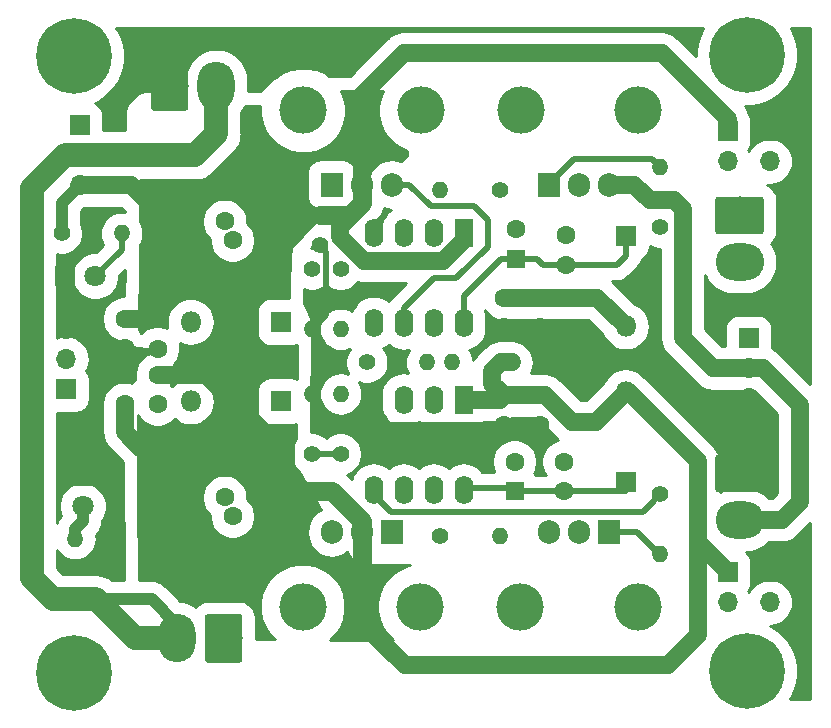
<source format=gbr>
G04 #@! TF.GenerationSoftware,KiCad,Pcbnew,(5.0.2)-1*
G04 #@! TF.CreationDate,2020-02-26T19:00:20+05:30*
G04 #@! TF.ProjectId,mosfet driver,6d6f7366-6574-4206-9472-697665722e6b,rev?*
G04 #@! TF.SameCoordinates,Original*
G04 #@! TF.FileFunction,Copper,L1,Top*
G04 #@! TF.FilePolarity,Positive*
%FSLAX46Y46*%
G04 Gerber Fmt 4.6, Leading zero omitted, Abs format (unit mm)*
G04 Created by KiCad (PCBNEW (5.0.2)-1) date 02/26/20 19:00:20*
%MOMM*%
%LPD*%
G01*
G04 APERTURE LIST*
G04 #@! TA.AperFunction,ComponentPad*
%ADD10R,1.700000X1.700000*%
G04 #@! TD*
G04 #@! TA.AperFunction,ComponentPad*
%ADD11O,1.700000X1.700000*%
G04 #@! TD*
G04 #@! TA.AperFunction,ComponentPad*
%ADD12O,1.800000X1.800000*%
G04 #@! TD*
G04 #@! TA.AperFunction,ComponentPad*
%ADD13R,1.800000X1.800000*%
G04 #@! TD*
G04 #@! TA.AperFunction,ComponentPad*
%ADD14C,1.800000*%
G04 #@! TD*
G04 #@! TA.AperFunction,ComponentPad*
%ADD15O,1.400000X1.400000*%
G04 #@! TD*
G04 #@! TA.AperFunction,ComponentPad*
%ADD16C,1.400000*%
G04 #@! TD*
G04 #@! TA.AperFunction,ComponentPad*
%ADD17O,4.100000X3.160000*%
G04 #@! TD*
G04 #@! TA.AperFunction,Conductor*
%ADD18C,0.100000*%
G04 #@! TD*
G04 #@! TA.AperFunction,ComponentPad*
%ADD19C,3.160000*%
G04 #@! TD*
G04 #@! TA.AperFunction,ComponentPad*
%ADD20O,3.160000X4.100000*%
G04 #@! TD*
G04 #@! TA.AperFunction,ComponentPad*
%ADD21C,1.600000*%
G04 #@! TD*
G04 #@! TA.AperFunction,ComponentPad*
%ADD22R,1.600000X1.600000*%
G04 #@! TD*
G04 #@! TA.AperFunction,ComponentPad*
%ADD23R,1.905000X2.000000*%
G04 #@! TD*
G04 #@! TA.AperFunction,ComponentPad*
%ADD24O,1.905000X2.000000*%
G04 #@! TD*
G04 #@! TA.AperFunction,ComponentPad*
%ADD25C,4.000000*%
G04 #@! TD*
G04 #@! TA.AperFunction,ComponentPad*
%ADD26C,0.800000*%
G04 #@! TD*
G04 #@! TA.AperFunction,ComponentPad*
%ADD27C,6.400000*%
G04 #@! TD*
G04 #@! TA.AperFunction,ComponentPad*
%ADD28O,1.600000X2.400000*%
G04 #@! TD*
G04 #@! TA.AperFunction,ComponentPad*
%ADD29R,1.600000X2.400000*%
G04 #@! TD*
G04 #@! TA.AperFunction,ViaPad*
%ADD30C,1.400000*%
G04 #@! TD*
G04 #@! TA.AperFunction,Conductor*
%ADD31C,1.500000*%
G04 #@! TD*
G04 #@! TA.AperFunction,Conductor*
%ADD32C,0.500000*%
G04 #@! TD*
G04 #@! TA.AperFunction,Conductor*
%ADD33C,1.600000*%
G04 #@! TD*
G04 #@! TA.AperFunction,Conductor*
%ADD34C,1.000000*%
G04 #@! TD*
G04 #@! TA.AperFunction,Conductor*
%ADD35C,2.000000*%
G04 #@! TD*
G04 #@! TA.AperFunction,Conductor*
%ADD36C,0.254000*%
G04 #@! TD*
G04 APERTURE END LIST*
D10*
G04 #@! TO.P,SW1,1*
G04 #@! TO.N,N/C*
X47752000Y-132588000D03*
D11*
G04 #@! TO.P,SW1,2*
G04 #@! TO.N,Net-(J4-Pad2)*
X47752000Y-135128000D03*
G04 #@! TO.P,SW1,3*
G04 #@! TO.N,VCC*
X47752000Y-137668000D03*
G04 #@! TD*
G04 #@! TO.P,Snub_Low,2*
G04 #@! TO.N,/Power3*
X106172000Y-172974000D03*
D10*
G04 #@! TO.P,Snub_Low,1*
G04 #@! TO.N,GND*
X106172000Y-170434000D03*
G04 #@! TD*
G04 #@! TO.P,Snub_High,1*
G04 #@! TO.N,VCC*
X102616000Y-170434000D03*
D11*
G04 #@! TO.P,Snub_High,2*
G04 #@! TO.N,/Power3*
X102616000Y-172974000D03*
G04 #@! TD*
D10*
G04 #@! TO.P,Snub_Low,1*
G04 #@! TO.N,GND*
X106172000Y-133096000D03*
D11*
G04 #@! TO.P,Snub_Low,2*
G04 #@! TO.N,/Power4*
X106172000Y-135636000D03*
G04 #@! TD*
D12*
G04 #@! TO.P,D3,2*
G04 #@! TO.N,GND*
X57150000Y-149225000D03*
D13*
G04 #@! TO.P,D3,1*
G04 #@! TO.N,/Signal2*
X64770000Y-149225000D03*
G04 #@! TD*
D12*
G04 #@! TO.P,D1,2*
G04 #@! TO.N,GND*
X57150000Y-155956000D03*
D13*
G04 #@! TO.P,D1,1*
G04 #@! TO.N,/Signal*
X64770000Y-155956000D03*
G04 #@! TD*
D14*
G04 #@! TO.P,D6,2*
G04 #@! TO.N,Net-(D6-Pad2)*
X48006000Y-164846000D03*
D13*
G04 #@! TO.P,D6,1*
G04 #@! TO.N,GND*
X48006000Y-162306000D03*
G04 #@! TD*
D14*
G04 #@! TO.P,D4,2*
G04 #@! TO.N,Net-(D4-Pad2)*
X49085500Y-145351500D03*
D13*
G04 #@! TO.P,D4,1*
G04 #@! TO.N,GND*
X46545500Y-145351500D03*
G04 #@! TD*
D15*
G04 #@! TO.P,R12,2*
G04 #@! TO.N,Net-(D6-Pad2)*
X47371000Y-167576500D03*
D16*
G04 #@! TO.P,R12,1*
G04 #@! TO.N,Net-(J4-Pad2)*
X47371000Y-172656500D03*
G04 #@! TD*
D15*
G04 #@! TO.P,R11,2*
G04 #@! TO.N,Net-(D4-Pad2)*
X51308000Y-141732000D03*
D16*
G04 #@! TO.P,R11,1*
G04 #@! TO.N,VCC*
X46228000Y-141732000D03*
G04 #@! TD*
D17*
G04 #@! TO.P,J2,2*
G04 #@! TO.N,/Power4*
X103632000Y-144168000D03*
D18*
G04 #@! TD*
G04 #@! TO.N,/Power3*
G04 #@! TO.C,J2*
G36*
X105456829Y-138629202D02*
X105481062Y-138632797D01*
X105504827Y-138638749D01*
X105527893Y-138647003D01*
X105550039Y-138657477D01*
X105571053Y-138670072D01*
X105590730Y-138684666D01*
X105608882Y-138701118D01*
X105625334Y-138719270D01*
X105639928Y-138738947D01*
X105652523Y-138759961D01*
X105662997Y-138782107D01*
X105671251Y-138805173D01*
X105677203Y-138828938D01*
X105680798Y-138853171D01*
X105682000Y-138877640D01*
X105682000Y-141538360D01*
X105680798Y-141562829D01*
X105677203Y-141587062D01*
X105671251Y-141610827D01*
X105662997Y-141633893D01*
X105652523Y-141656039D01*
X105639928Y-141677053D01*
X105625334Y-141696730D01*
X105608882Y-141714882D01*
X105590730Y-141731334D01*
X105571053Y-141745928D01*
X105550039Y-141758523D01*
X105527893Y-141768997D01*
X105504827Y-141777251D01*
X105481062Y-141783203D01*
X105456829Y-141786798D01*
X105432360Y-141788000D01*
X101831640Y-141788000D01*
X101807171Y-141786798D01*
X101782938Y-141783203D01*
X101759173Y-141777251D01*
X101736107Y-141768997D01*
X101713961Y-141758523D01*
X101692947Y-141745928D01*
X101673270Y-141731334D01*
X101655118Y-141714882D01*
X101638666Y-141696730D01*
X101624072Y-141677053D01*
X101611477Y-141656039D01*
X101601003Y-141633893D01*
X101592749Y-141610827D01*
X101586797Y-141587062D01*
X101583202Y-141562829D01*
X101582000Y-141538360D01*
X101582000Y-138877640D01*
X101583202Y-138853171D01*
X101586797Y-138828938D01*
X101592749Y-138805173D01*
X101601003Y-138782107D01*
X101611477Y-138759961D01*
X101624072Y-138738947D01*
X101638666Y-138719270D01*
X101655118Y-138701118D01*
X101673270Y-138684666D01*
X101692947Y-138670072D01*
X101713961Y-138657477D01*
X101736107Y-138647003D01*
X101759173Y-138638749D01*
X101782938Y-138632797D01*
X101807171Y-138629202D01*
X101831640Y-138628000D01*
X105432360Y-138628000D01*
X105456829Y-138629202D01*
X105456829Y-138629202D01*
G37*
D19*
G04 #@! TO.P,J2,1*
G04 #@! TO.N,/Power3*
X103632000Y-140208000D03*
G04 #@! TD*
D18*
G04 #@! TO.N,GND*
G04 #@! TO.C,J1*
G36*
X61298829Y-173973202D02*
X61323062Y-173976797D01*
X61346827Y-173982749D01*
X61369893Y-173991003D01*
X61392039Y-174001477D01*
X61413053Y-174014072D01*
X61432730Y-174028666D01*
X61450882Y-174045118D01*
X61467334Y-174063270D01*
X61481928Y-174082947D01*
X61494523Y-174103961D01*
X61504997Y-174126107D01*
X61513251Y-174149173D01*
X61519203Y-174172938D01*
X61522798Y-174197171D01*
X61524000Y-174221640D01*
X61524000Y-177822360D01*
X61522798Y-177846829D01*
X61519203Y-177871062D01*
X61513251Y-177894827D01*
X61504997Y-177917893D01*
X61494523Y-177940039D01*
X61481928Y-177961053D01*
X61467334Y-177980730D01*
X61450882Y-177998882D01*
X61432730Y-178015334D01*
X61413053Y-178029928D01*
X61392039Y-178042523D01*
X61369893Y-178052997D01*
X61346827Y-178061251D01*
X61323062Y-178067203D01*
X61298829Y-178070798D01*
X61274360Y-178072000D01*
X58613640Y-178072000D01*
X58589171Y-178070798D01*
X58564938Y-178067203D01*
X58541173Y-178061251D01*
X58518107Y-178052997D01*
X58495961Y-178042523D01*
X58474947Y-178029928D01*
X58455270Y-178015334D01*
X58437118Y-177998882D01*
X58420666Y-177980730D01*
X58406072Y-177961053D01*
X58393477Y-177940039D01*
X58383003Y-177917893D01*
X58374749Y-177894827D01*
X58368797Y-177871062D01*
X58365202Y-177846829D01*
X58364000Y-177822360D01*
X58364000Y-174221640D01*
X58365202Y-174197171D01*
X58368797Y-174172938D01*
X58374749Y-174149173D01*
X58383003Y-174126107D01*
X58393477Y-174103961D01*
X58406072Y-174082947D01*
X58420666Y-174063270D01*
X58437118Y-174045118D01*
X58455270Y-174028666D01*
X58474947Y-174014072D01*
X58495961Y-174001477D01*
X58518107Y-173991003D01*
X58541173Y-173982749D01*
X58564938Y-173976797D01*
X58589171Y-173973202D01*
X58613640Y-173972000D01*
X61274360Y-173972000D01*
X61298829Y-173973202D01*
X61298829Y-173973202D01*
G37*
D19*
G04 #@! TD*
G04 #@! TO.P,J1,1*
G04 #@! TO.N,GND*
X59944000Y-176022000D03*
D20*
G04 #@! TO.P,J1,2*
G04 #@! TO.N,Net-(J4-Pad2)*
X55984000Y-176022000D03*
G04 #@! TD*
G04 #@! TO.P,J4,2*
G04 #@! TO.N,Net-(J4-Pad2)*
X59332000Y-129286000D03*
D18*
G04 #@! TD*
G04 #@! TO.N,GND*
G04 #@! TO.C,J4*
G36*
X56726829Y-127237202D02*
X56751062Y-127240797D01*
X56774827Y-127246749D01*
X56797893Y-127255003D01*
X56820039Y-127265477D01*
X56841053Y-127278072D01*
X56860730Y-127292666D01*
X56878882Y-127309118D01*
X56895334Y-127327270D01*
X56909928Y-127346947D01*
X56922523Y-127367961D01*
X56932997Y-127390107D01*
X56941251Y-127413173D01*
X56947203Y-127436938D01*
X56950798Y-127461171D01*
X56952000Y-127485640D01*
X56952000Y-131086360D01*
X56950798Y-131110829D01*
X56947203Y-131135062D01*
X56941251Y-131158827D01*
X56932997Y-131181893D01*
X56922523Y-131204039D01*
X56909928Y-131225053D01*
X56895334Y-131244730D01*
X56878882Y-131262882D01*
X56860730Y-131279334D01*
X56841053Y-131293928D01*
X56820039Y-131306523D01*
X56797893Y-131316997D01*
X56774827Y-131325251D01*
X56751062Y-131331203D01*
X56726829Y-131334798D01*
X56702360Y-131336000D01*
X54041640Y-131336000D01*
X54017171Y-131334798D01*
X53992938Y-131331203D01*
X53969173Y-131325251D01*
X53946107Y-131316997D01*
X53923961Y-131306523D01*
X53902947Y-131293928D01*
X53883270Y-131279334D01*
X53865118Y-131262882D01*
X53848666Y-131244730D01*
X53834072Y-131225053D01*
X53821477Y-131204039D01*
X53811003Y-131181893D01*
X53802749Y-131158827D01*
X53796797Y-131135062D01*
X53793202Y-131110829D01*
X53792000Y-131086360D01*
X53792000Y-127485640D01*
X53793202Y-127461171D01*
X53796797Y-127436938D01*
X53802749Y-127413173D01*
X53811003Y-127390107D01*
X53821477Y-127367961D01*
X53834072Y-127346947D01*
X53848666Y-127327270D01*
X53865118Y-127309118D01*
X53883270Y-127292666D01*
X53902947Y-127278072D01*
X53923961Y-127265477D01*
X53946107Y-127255003D01*
X53969173Y-127246749D01*
X53992938Y-127240797D01*
X54017171Y-127237202D01*
X54041640Y-127236000D01*
X56702360Y-127236000D01*
X56726829Y-127237202D01*
X56726829Y-127237202D01*
G37*
D19*
G04 #@! TO.P,J4,1*
G04 #@! TO.N,GND*
X55372000Y-129286000D03*
G04 #@! TD*
D16*
G04 #@! TO.P,R7,1*
G04 #@! TO.N,VCC*
X83312000Y-138049000D03*
D15*
G04 #@! TO.P,R7,2*
G04 #@! TO.N,Net-(R7-Pad2)*
X78232000Y-138049000D03*
G04 #@! TD*
G04 #@! TO.P,R5,2*
G04 #@! TO.N,/Signal2*
X69850000Y-149864775D03*
D16*
G04 #@! TO.P,R5,1*
G04 #@! TO.N,Net-(R4-Pad1)*
X69850000Y-144784775D03*
G04 #@! TD*
D15*
G04 #@! TO.P,R2,2*
G04 #@! TO.N,Net-(R2-Pad2)*
X79248000Y-152654000D03*
D16*
G04 #@! TO.P,R2,1*
G04 #@! TO.N,VCC*
X84328000Y-152654000D03*
G04 #@! TD*
D15*
G04 #@! TO.P,R1,2*
G04 #@! TO.N,/Signal*
X69850000Y-155329000D03*
D16*
G04 #@! TO.P,R1,1*
G04 #@! TO.N,Net-(R1-Pad1)*
X69850000Y-160409000D03*
G04 #@! TD*
D13*
G04 #@! TO.P,D5,1*
G04 #@! TO.N,Net-(C13-Pad1)*
X93980000Y-141986000D03*
D12*
G04 #@! TO.P,D5,2*
G04 #@! TO.N,VCC*
X93980000Y-149606000D03*
G04 #@! TD*
D13*
G04 #@! TO.P,D2,1*
G04 #@! TO.N,Net-(C1-Pad1)*
X93980000Y-162814000D03*
D12*
G04 #@! TO.P,D2,2*
G04 #@! TO.N,VCC*
X93980000Y-155194000D03*
G04 #@! TD*
D21*
G04 #@! TO.P,C15,2*
G04 #@! TO.N,GND*
X60701937Y-142316000D03*
D22*
G04 #@! TO.P,C15,1*
G04 #@! TO.N,VCC*
X56860063Y-139116000D03*
D21*
G04 #@! TO.P,C15,2*
G04 #@! TO.N,GND*
X60031000Y-140716000D03*
D22*
G04 #@! TO.P,C15,1*
G04 #@! TO.N,VCC*
X57531000Y-140716000D03*
G04 #@! TD*
D21*
G04 #@! TO.P,C14,2*
G04 #@! TO.N,GND*
X60701937Y-165684000D03*
D22*
G04 #@! TO.P,C14,1*
G04 #@! TO.N,VCC*
X56860063Y-162484000D03*
D21*
G04 #@! TO.P,C14,2*
G04 #@! TO.N,GND*
X60031000Y-164084000D03*
D22*
G04 #@! TO.P,C14,1*
G04 #@! TO.N,VCC*
X57531000Y-164084000D03*
G04 #@! TD*
D15*
G04 #@! TO.P,R4,2*
G04 #@! TO.N,GND*
X67437000Y-149860000D03*
D16*
G04 #@! TO.P,R4,1*
G04 #@! TO.N,Net-(R4-Pad1)*
X67437000Y-144780000D03*
G04 #@! TD*
D15*
G04 #@! TO.P,R3,2*
G04 #@! TO.N,GND*
X67437000Y-155329000D03*
D16*
G04 #@! TO.P,R3,1*
G04 #@! TO.N,Net-(R1-Pad1)*
X67437000Y-160409000D03*
G04 #@! TD*
D23*
G04 #@! TO.P,Q4,1*
G04 #@! TO.N,Net-(Q4-Pad1)*
X87520000Y-137600000D03*
D24*
G04 #@! TO.P,Q4,2*
G04 #@! TO.N,/Power4*
X90060000Y-137600000D03*
G04 #@! TO.P,Q4,3*
G04 #@! TO.N,N/C*
X92600000Y-137600000D03*
D25*
G04 #@! TO.P,Q4,2*
X85107000Y-131326200D03*
X95063800Y-131326200D03*
G04 #@! TD*
D23*
G04 #@! TO.P,Q3,1*
G04 #@! TO.N,Net-(Q3-Pad1)*
X69100000Y-137600000D03*
D24*
G04 #@! TO.P,Q3,2*
G04 #@! TO.N,VCC*
X71640000Y-137600000D03*
G04 #@! TO.P,Q3,3*
G04 #@! TO.N,/Power4*
X74180000Y-137600000D03*
D25*
G04 #@! TO.P,Q3,2*
G04 #@! TO.N,N/C*
X66687000Y-131326200D03*
X76643800Y-131326200D03*
G04 #@! TD*
D23*
G04 #@! TO.P,Q2,1*
G04 #@! TO.N,Net-(Q2-Pad1)*
X92600000Y-167055000D03*
D24*
G04 #@! TO.P,Q2,2*
G04 #@! TO.N,/Power3*
X90060000Y-167055000D03*
G04 #@! TO.P,Q2,3*
G04 #@! TO.N,N/C*
X87520000Y-167055000D03*
D25*
G04 #@! TO.P,Q2,2*
X95013000Y-173328800D03*
X85056200Y-173328800D03*
G04 #@! TD*
D23*
G04 #@! TO.P,Q1,1*
G04 #@! TO.N,Net-(Q1-Pad1)*
X74180000Y-167055000D03*
D24*
G04 #@! TO.P,Q1,2*
G04 #@! TO.N,VCC*
X71640000Y-167055000D03*
G04 #@! TO.P,Q1,3*
G04 #@! TO.N,/Power3*
X69100000Y-167055000D03*
D25*
G04 #@! TO.P,Q1,2*
G04 #@! TO.N,N/C*
X76593000Y-173328800D03*
X66636200Y-173328800D03*
G04 #@! TD*
D15*
G04 #@! TO.P,R10,2*
G04 #@! TO.N,Net-(R10-Pad2)*
X77144000Y-152654000D03*
D16*
G04 #@! TO.P,R10,1*
G04 #@! TO.N,Net-(Q3-Pad1)*
X72064000Y-152654000D03*
G04 #@! TD*
D15*
G04 #@! TO.P,R9,2*
G04 #@! TO.N,Net-(Q4-Pad1)*
X96901000Y-136144000D03*
D16*
G04 #@! TO.P,R9,1*
G04 #@! TO.N,Net-(R9-Pad1)*
X96901000Y-141224000D03*
G04 #@! TD*
D15*
G04 #@! TO.P,R8,2*
G04 #@! TO.N,Net-(R8-Pad2)*
X83312000Y-167386000D03*
D16*
G04 #@! TO.P,R8,1*
G04 #@! TO.N,Net-(Q1-Pad1)*
X78232000Y-167386000D03*
G04 #@! TD*
D15*
G04 #@! TO.P,R6,2*
G04 #@! TO.N,Net-(Q2-Pad1)*
X96901000Y-168910000D03*
D16*
G04 #@! TO.P,R6,1*
G04 #@! TO.N,Net-(R6-Pad1)*
X96901000Y-163830000D03*
G04 #@! TD*
D26*
G04 #@! TO.P,H4,1*
G04 #@! TO.N,N/C*
X48941056Y-125048944D03*
X47244000Y-124346000D03*
X45546944Y-125048944D03*
X44844000Y-126746000D03*
X45546944Y-128443056D03*
X47244000Y-129146000D03*
X48941056Y-128443056D03*
X49644000Y-126746000D03*
D27*
X47244000Y-126746000D03*
G04 #@! TD*
D26*
G04 #@! TO.P,H3,1*
G04 #@! TO.N,N/C*
X105964056Y-177118944D03*
X104267000Y-176416000D03*
X102569944Y-177118944D03*
X101867000Y-178816000D03*
X102569944Y-180513056D03*
X104267000Y-181216000D03*
X105964056Y-180513056D03*
X106667000Y-178816000D03*
D27*
X104267000Y-178816000D03*
G04 #@! TD*
D26*
G04 #@! TO.P,H2,1*
G04 #@! TO.N,N/C*
X105964056Y-124908944D03*
X104267000Y-124206000D03*
X102569944Y-124908944D03*
X101867000Y-126606000D03*
X102569944Y-128303056D03*
X104267000Y-129006000D03*
X105964056Y-128303056D03*
X106667000Y-126606000D03*
D27*
X104267000Y-126606000D03*
G04 #@! TD*
D26*
G04 #@! TO.P,H1,1*
G04 #@! TO.N,N/C*
X48941056Y-177245944D03*
X47244000Y-176543000D03*
X45546944Y-177245944D03*
X44844000Y-178943000D03*
X45546944Y-180640056D03*
X47244000Y-181343000D03*
X48941056Y-180640056D03*
X49644000Y-178943000D03*
D27*
X47244000Y-178943000D03*
G04 #@! TD*
D21*
G04 #@! TO.P,C13,2*
G04 #@! TO.N,/Power4*
X88900000Y-141899000D03*
G04 #@! TO.P,C13,1*
G04 #@! TO.N,Net-(C13-Pad1)*
X88900000Y-144399000D03*
G04 #@! TD*
G04 #@! TO.P,C12,2*
G04 #@! TO.N,/Power3*
X88773000Y-161076000D03*
G04 #@! TO.P,C12,1*
G04 #@! TO.N,Net-(C1-Pad1)*
X88773000Y-163576000D03*
G04 #@! TD*
G04 #@! TO.P,C10,2*
G04 #@! TO.N,GND*
X86741000Y-157948000D03*
G04 #@! TO.P,C10,1*
G04 #@! TO.N,VCC*
X86741000Y-155448000D03*
G04 #@! TD*
G04 #@! TO.P,C9,2*
G04 #@! TO.N,GND*
X51562000Y-153710000D03*
G04 #@! TO.P,C9,1*
G04 #@! TO.N,VCC*
X51562000Y-156210000D03*
G04 #@! TD*
G04 #@! TO.P,C8,2*
G04 #@! TO.N,GND*
X54356000Y-151485000D03*
G04 #@! TO.P,C8,1*
G04 #@! TO.N,VCC*
X54356000Y-148985000D03*
G04 #@! TD*
G04 #@! TO.P,C7,2*
G04 #@! TO.N,GND*
X83693000Y-149693000D03*
G04 #@! TO.P,C7,1*
G04 #@! TO.N,VCC*
X83693000Y-147193000D03*
G04 #@! TD*
G04 #@! TO.P,C6,2*
G04 #@! TO.N,GND*
X54356000Y-156196000D03*
G04 #@! TO.P,C6,1*
G04 #@! TO.N,VCC*
X54356000Y-153696000D03*
G04 #@! TD*
G04 #@! TO.P,C5,2*
G04 #@! TO.N,GND*
X51562000Y-151471000D03*
G04 #@! TO.P,C5,1*
G04 #@! TO.N,VCC*
X51562000Y-148971000D03*
G04 #@! TD*
G04 #@! TO.P,C4,2*
G04 #@! TO.N,GND*
X86741000Y-149693000D03*
G04 #@! TO.P,C4,1*
G04 #@! TO.N,VCC*
X86741000Y-147193000D03*
G04 #@! TD*
G04 #@! TO.P,C3,2*
G04 #@! TO.N,GND*
X83693000Y-157948000D03*
G04 #@! TO.P,C3,1*
G04 #@! TO.N,VCC*
X83693000Y-155448000D03*
G04 #@! TD*
D22*
G04 #@! TO.P,C2,1*
G04 #@! TO.N,Net-(C13-Pad1)*
X84709000Y-143891000D03*
D21*
G04 #@! TO.P,C2,2*
G04 #@! TO.N,/Power4*
X84709000Y-141391000D03*
G04 #@! TD*
D22*
G04 #@! TO.P,C1,1*
G04 #@! TO.N,Net-(C1-Pad1)*
X84582000Y-163576000D03*
D21*
G04 #@! TO.P,C1,2*
G04 #@! TO.N,/Power3*
X84582000Y-161076000D03*
G04 #@! TD*
D28*
G04 #@! TO.P,U2,8*
G04 #@! TO.N,Net-(C13-Pad1)*
X80264000Y-149334775D03*
G04 #@! TO.P,U2,4*
G04 #@! TO.N,GND*
X72644000Y-141714775D03*
G04 #@! TO.P,U2,7*
G04 #@! TO.N,Net-(R10-Pad2)*
X77724000Y-149334775D03*
G04 #@! TO.P,U2,3*
G04 #@! TO.N,Net-(R7-Pad2)*
X75184000Y-141714775D03*
G04 #@! TO.P,U2,6*
G04 #@! TO.N,/Power4*
X75184000Y-149334775D03*
G04 #@! TO.P,U2,2*
G04 #@! TO.N,Net-(R4-Pad1)*
X77724000Y-141714775D03*
G04 #@! TO.P,U2,5*
G04 #@! TO.N,Net-(R9-Pad1)*
X72644000Y-149334775D03*
D29*
G04 #@! TO.P,U2,1*
G04 #@! TO.N,VCC*
X80264000Y-141714775D03*
G04 #@! TD*
D28*
G04 #@! TO.P,U1,8*
G04 #@! TO.N,Net-(C1-Pad1)*
X80264000Y-163449000D03*
G04 #@! TO.P,U1,4*
G04 #@! TO.N,GND*
X72644000Y-155829000D03*
G04 #@! TO.P,U1,7*
G04 #@! TO.N,Net-(R8-Pad2)*
X77724000Y-163449000D03*
G04 #@! TO.P,U1,3*
G04 #@! TO.N,Net-(R2-Pad2)*
X75184000Y-155829000D03*
G04 #@! TO.P,U1,6*
G04 #@! TO.N,/Power3*
X75184000Y-163449000D03*
G04 #@! TO.P,U1,2*
G04 #@! TO.N,Net-(R1-Pad1)*
X77724000Y-155829000D03*
G04 #@! TO.P,U1,5*
G04 #@! TO.N,Net-(R6-Pad1)*
X72644000Y-163449000D03*
D29*
G04 #@! TO.P,U1,1*
G04 #@! TO.N,VCC*
X80264000Y-155829000D03*
G04 #@! TD*
D11*
G04 #@! TO.P,J3,3*
G04 #@! TO.N,GND*
X46609000Y-149840000D03*
G04 #@! TO.P,J3,2*
G04 #@! TO.N,/Signal2*
X46609000Y-152380000D03*
D10*
G04 #@! TO.P,J3,1*
G04 #@! TO.N,/Signal*
X46609000Y-154920000D03*
G04 #@! TD*
D11*
G04 #@! TO.P,Snub_High,2*
G04 #@! TO.N,/Power4*
X102616000Y-135636000D03*
D10*
G04 #@! TO.P,Snub_High,1*
G04 #@! TO.N,VCC*
X102616000Y-133096000D03*
G04 #@! TD*
D17*
G04 #@! TO.P,CS,2*
G04 #@! TO.N,N/C*
X103632000Y-166012000D03*
D18*
G04 #@! TD*
G04 #@! TO.N,GND*
G04 #@! TO.C,CS*
G36*
X105456829Y-160473202D02*
X105481062Y-160476797D01*
X105504827Y-160482749D01*
X105527893Y-160491003D01*
X105550039Y-160501477D01*
X105571053Y-160514072D01*
X105590730Y-160528666D01*
X105608882Y-160545118D01*
X105625334Y-160563270D01*
X105639928Y-160582947D01*
X105652523Y-160603961D01*
X105662997Y-160626107D01*
X105671251Y-160649173D01*
X105677203Y-160672938D01*
X105680798Y-160697171D01*
X105682000Y-160721640D01*
X105682000Y-163382360D01*
X105680798Y-163406829D01*
X105677203Y-163431062D01*
X105671251Y-163454827D01*
X105662997Y-163477893D01*
X105652523Y-163500039D01*
X105639928Y-163521053D01*
X105625334Y-163540730D01*
X105608882Y-163558882D01*
X105590730Y-163575334D01*
X105571053Y-163589928D01*
X105550039Y-163602523D01*
X105527893Y-163612997D01*
X105504827Y-163621251D01*
X105481062Y-163627203D01*
X105456829Y-163630798D01*
X105432360Y-163632000D01*
X101831640Y-163632000D01*
X101807171Y-163630798D01*
X101782938Y-163627203D01*
X101759173Y-163621251D01*
X101736107Y-163612997D01*
X101713961Y-163602523D01*
X101692947Y-163589928D01*
X101673270Y-163575334D01*
X101655118Y-163558882D01*
X101638666Y-163540730D01*
X101624072Y-163521053D01*
X101611477Y-163500039D01*
X101601003Y-163477893D01*
X101592749Y-163454827D01*
X101586797Y-163431062D01*
X101583202Y-163406829D01*
X101582000Y-163382360D01*
X101582000Y-160721640D01*
X101583202Y-160697171D01*
X101586797Y-160672938D01*
X101592749Y-160649173D01*
X101601003Y-160626107D01*
X101611477Y-160603961D01*
X101624072Y-160582947D01*
X101638666Y-160563270D01*
X101655118Y-160545118D01*
X101673270Y-160528666D01*
X101692947Y-160514072D01*
X101713961Y-160501477D01*
X101736107Y-160491003D01*
X101759173Y-160482749D01*
X101782938Y-160476797D01*
X101807171Y-160473202D01*
X101831640Y-160472000D01*
X105432360Y-160472000D01*
X105456829Y-160473202D01*
X105456829Y-160473202D01*
G37*
D19*
G04 #@! TO.P,CS,1*
G04 #@! TO.N,GND*
X103632000Y-162052000D03*
G04 #@! TD*
D11*
G04 #@! TO.P,SW2,3*
G04 #@! TO.N,GND*
X104394000Y-155702000D03*
G04 #@! TO.P,SW2,2*
G04 #@! TO.N,N/C*
X104394000Y-153162000D03*
D10*
G04 #@! TO.P,SW2,1*
X104394000Y-150622000D03*
G04 #@! TD*
D30*
G04 #@! TO.N,GND*
X68072000Y-142748000D03*
G04 #@! TD*
D31*
G04 #@! TO.N,*
X107182000Y-166012000D02*
X103632000Y-166012000D01*
X108712000Y-161798000D02*
X108712000Y-164482000D01*
X94674000Y-137600000D02*
X96012000Y-138938000D01*
X92600000Y-137600000D02*
X94674000Y-137600000D01*
X108712000Y-164482000D02*
X107182000Y-166012000D01*
X96012000Y-138938000D02*
X98044000Y-138938000D01*
X98044000Y-138938000D02*
X98806000Y-139700000D01*
X98806000Y-139700000D02*
X98806000Y-150622000D01*
X108712000Y-156277919D02*
X108712000Y-161798000D01*
X105596081Y-153162000D02*
X108712000Y-156277919D01*
X104394000Y-153162000D02*
X105596081Y-153162000D01*
X101346000Y-153162000D02*
X98806000Y-150622000D01*
X104394000Y-153162000D02*
X101346000Y-153162000D01*
D32*
G04 #@! TO.N,Net-(C1-Pad1)*
X84328000Y-163322000D02*
X84582000Y-163576000D01*
X80264000Y-163322000D02*
X84328000Y-163322000D01*
X88900000Y-163703000D02*
X88773000Y-163576000D01*
X88646000Y-163576000D02*
X84582000Y-163576000D01*
X93980000Y-163576000D02*
X88646000Y-163576000D01*
G04 #@! TO.N,GND*
X85228630Y-157948000D02*
X86360000Y-157948000D01*
X72644000Y-157402000D02*
X73190000Y-157948000D01*
X72644000Y-155702000D02*
X72644000Y-157402000D01*
X73190000Y-157948000D02*
X85228630Y-157948000D01*
X68643500Y-148653500D02*
X67437000Y-149860000D01*
X68643500Y-143319500D02*
X68643500Y-148653500D01*
X68643500Y-143319500D02*
X68072000Y-142748000D01*
G04 #@! TO.N,VCC*
X80518000Y-155448000D02*
X80264000Y-155702000D01*
D33*
X65151000Y-142441203D02*
X67384203Y-140208000D01*
X66675000Y-163576000D02*
X65151000Y-162052000D01*
X71640000Y-166128000D02*
X69088000Y-163576000D01*
X69088000Y-163576000D02*
X66675000Y-163576000D01*
X71640000Y-167055000D02*
X71640000Y-166128000D01*
X68072000Y-140208000D02*
X70477502Y-140208000D01*
X69789705Y-141022797D02*
X71640000Y-139172502D01*
X71640000Y-139172502D02*
X71640000Y-137600000D01*
D31*
X69789705Y-142018210D02*
X69789705Y-141022797D01*
X71836280Y-144064785D02*
X69789705Y-142018210D01*
X78531720Y-144064785D02*
X71836280Y-144064785D01*
X80264000Y-142332505D02*
X78531720Y-144064785D01*
X80264000Y-141714775D02*
X80264000Y-142332505D01*
X83312000Y-155829000D02*
X83693000Y-155448000D01*
X80264000Y-155829000D02*
X83312000Y-155829000D01*
X86741000Y-147193000D02*
X83693000Y-147193000D01*
X86741000Y-155448000D02*
X83693000Y-155448000D01*
D33*
X71640000Y-167055000D02*
X71640000Y-172200000D01*
X65151000Y-162052000D02*
X65151000Y-159893000D01*
D31*
X62992000Y-159893000D02*
X65151000Y-162052000D01*
X52895500Y-159893000D02*
X62992000Y-159893000D01*
X52895500Y-159893000D02*
X51562000Y-158559500D01*
X51562000Y-158559500D02*
X51562000Y-156210000D01*
X62992000Y-159893000D02*
X62992000Y-158242000D01*
X62992000Y-158242000D02*
X60960000Y-156210000D01*
X60833000Y-147447000D02*
X65024000Y-143256000D01*
X60960000Y-156210000D02*
X60960000Y-147447000D01*
X54342000Y-148971000D02*
X54356000Y-148985000D01*
X51562000Y-148971000D02*
X54342000Y-148971000D01*
X58446000Y-153696000D02*
X60960000Y-156210000D01*
X54356000Y-153696000D02*
X58446000Y-153696000D01*
X56784063Y-139192000D02*
X56860063Y-139116000D01*
X47752000Y-137668000D02*
X52070000Y-137668000D01*
X52070000Y-137668000D02*
X53594000Y-139192000D01*
X53670000Y-139116000D02*
X56860063Y-139116000D01*
X53594000Y-139192000D02*
X53670000Y-139116000D01*
D34*
X46228000Y-139192000D02*
X47752000Y-137668000D01*
X46228000Y-141732000D02*
X46228000Y-139192000D01*
D31*
X97028000Y-126492000D02*
X102616000Y-132080000D01*
X75184000Y-126492000D02*
X97028000Y-126492000D01*
X71640000Y-137600000D02*
X71640000Y-130036000D01*
X71640000Y-130036000D02*
X75184000Y-126492000D01*
X102616000Y-132588000D02*
X102616000Y-132080000D01*
X100076000Y-164528000D02*
X100076000Y-161769778D01*
X102616000Y-170434000D02*
X100076000Y-167894000D01*
X100076000Y-167894000D02*
X100076000Y-164528000D01*
X82702400Y-154457400D02*
X83693000Y-155448000D01*
X82702400Y-153365200D02*
X82702400Y-154457400D01*
X84328000Y-152654000D02*
X83413600Y-152654000D01*
X83413600Y-152654000D02*
X82702400Y-153365200D01*
X71640000Y-174256000D02*
X71640000Y-172200000D01*
X100076000Y-175768000D02*
X97536000Y-178308000D01*
X100076000Y-161769778D02*
X100076000Y-175768000D01*
X97536000Y-178308000D02*
X75282198Y-178308000D01*
X75282198Y-178308000D02*
X72342999Y-175368801D01*
X72342999Y-175368801D02*
X72342999Y-174958999D01*
X72342999Y-174958999D02*
X71640000Y-174256000D01*
X86741000Y-147193000D02*
X91567000Y-147193000D01*
X91567000Y-147193000D02*
X93980000Y-149606000D01*
X91445002Y-157728998D02*
X93980000Y-155194000D01*
X89408000Y-157728998D02*
X91445002Y-157728998D01*
X86741000Y-155448000D02*
X87127002Y-155448000D01*
X87127002Y-155448000D02*
X89408000Y-157728998D01*
X100076000Y-161036000D02*
X100076000Y-161769778D01*
X93980000Y-155194000D02*
X94234000Y-155194000D01*
X94234000Y-155194000D02*
X100076000Y-161036000D01*
D32*
G04 #@! TO.N,Net-(Q2-Pad1)*
X94919000Y-167055000D02*
X92600000Y-167055000D01*
X96901000Y-168910000D02*
X96774000Y-168910000D01*
X96774000Y-168910000D02*
X94919000Y-167055000D01*
G04 #@! TO.N,Net-(Q4-Pad1)*
X96201001Y-135444001D02*
X96901000Y-136144000D01*
X89628499Y-135444001D02*
X96201001Y-135444001D01*
X87520000Y-137552500D02*
X89628499Y-135444001D01*
X87520000Y-137600000D02*
X87520000Y-137552500D01*
G04 #@! TO.N,Net-(R1-Pad1)*
X69850000Y-160409000D02*
X67437000Y-160409000D01*
G04 #@! TO.N,/Signal*
X70090000Y-155089000D02*
X69850000Y-155329000D01*
G04 #@! TO.N,/Power3*
X75184000Y-162922000D02*
X75184000Y-163322000D01*
G04 #@! TO.N,/Power4*
X75632500Y-137600000D02*
X74180000Y-137600000D01*
X77478500Y-139446000D02*
X75632500Y-137600000D01*
X81165227Y-139446000D02*
X77478500Y-139446000D01*
X75184000Y-148082000D02*
X77724000Y-145542000D01*
X77724000Y-145542000D02*
X79606777Y-145542000D01*
X79606777Y-145542000D02*
X82296000Y-142852777D01*
X82296000Y-142852777D02*
X82296000Y-140576773D01*
X75184000Y-149334775D02*
X75184000Y-148082000D01*
X82296000Y-140576773D02*
X81165227Y-139446000D01*
G04 #@! TO.N,Net-(C13-Pad1)*
X85217000Y-144399000D02*
X84709000Y-143891000D01*
X88900000Y-144399000D02*
X86995000Y-144399000D01*
X86487000Y-143891000D02*
X84709000Y-143891000D01*
X86995000Y-144399000D02*
X86487000Y-143891000D01*
X83409000Y-143891000D02*
X84709000Y-143891000D01*
X80264000Y-147036000D02*
X83409000Y-143891000D01*
X80264000Y-149334775D02*
X80264000Y-147036000D01*
X88900000Y-144399000D02*
X93221000Y-144399000D01*
X93221000Y-144399000D02*
X93980000Y-143640000D01*
X93980000Y-143640000D02*
X93980000Y-141630400D01*
G04 #@! TO.N,Net-(R6-Pad1)*
X96201001Y-164529999D02*
X96901000Y-163830000D01*
X95431990Y-165299010D02*
X96201001Y-164529999D01*
X74094010Y-165299010D02*
X95431990Y-165299010D01*
X72644000Y-163849000D02*
X74094010Y-165299010D01*
X72644000Y-163449000D02*
X72644000Y-163849000D01*
G04 #@! TO.N,Net-(D4-Pad2)*
X51308000Y-143129000D02*
X49085500Y-145351500D01*
X51308000Y-142748000D02*
X51308000Y-143129000D01*
X51308000Y-142748000D02*
X51308000Y-141732000D01*
D34*
G04 #@! TO.N,Net-(D6-Pad2)*
X48006000Y-166118792D02*
X48006000Y-164846000D01*
X47373792Y-166751000D02*
X48006000Y-166118792D01*
X47371000Y-167576500D02*
X47371000Y-166751000D01*
X47371000Y-166751000D02*
X47373792Y-166751000D01*
D35*
G04 #@! TO.N,Net-(J4-Pad2)*
X48954081Y-135128000D02*
X47752000Y-135128000D01*
X57540000Y-135128000D02*
X48954081Y-135128000D01*
X59332000Y-133336000D02*
X57540000Y-135128000D01*
X59332000Y-129286000D02*
X59332000Y-133336000D01*
D34*
X55984000Y-174856000D02*
X55984000Y-176022000D01*
X53848000Y-172720000D02*
X55984000Y-174856000D01*
X47371000Y-172656500D02*
X47434500Y-172720000D01*
X47434500Y-172720000D02*
X53848000Y-172720000D01*
D35*
X52404000Y-176022000D02*
X55984000Y-176022000D01*
X46482000Y-135128000D02*
X43688000Y-137922000D01*
X47752000Y-135128000D02*
X46482000Y-135128000D01*
X43688000Y-137922000D02*
X43688000Y-170942000D01*
X43688000Y-170942000D02*
X45466000Y-172720000D01*
X45466000Y-172720000D02*
X49102000Y-172720000D01*
X49102000Y-172720000D02*
X52404000Y-176022000D01*
G04 #@! TD*
D36*
G04 #@! TO.N,VCC*
G36*
X73156183Y-130268243D02*
X73016800Y-130968972D01*
X73016800Y-131683428D01*
X73156183Y-132384157D01*
X73429594Y-133044229D01*
X73826525Y-133638278D01*
X74331722Y-134143475D01*
X74925771Y-134540406D01*
X75438000Y-134752578D01*
X75438000Y-135202394D01*
X75004897Y-135635497D01*
X74979639Y-135621997D01*
X74587652Y-135503089D01*
X74180000Y-135462939D01*
X73772347Y-135503089D01*
X73380360Y-135621997D01*
X73019102Y-135815094D01*
X72702457Y-136074957D01*
X72442594Y-136391602D01*
X72249497Y-136752861D01*
X72233750Y-136804772D01*
X71184953Y-137213625D01*
X71184953Y-136600000D01*
X71163193Y-136379069D01*
X71098750Y-136166629D01*
X70994100Y-135970843D01*
X70853265Y-135799235D01*
X70681657Y-135658400D01*
X70485871Y-135553750D01*
X70273431Y-135489307D01*
X70052500Y-135467547D01*
X68147500Y-135467547D01*
X67926569Y-135489307D01*
X67714129Y-135553750D01*
X67518343Y-135658400D01*
X67346735Y-135799235D01*
X67205900Y-135970843D01*
X67101250Y-136166629D01*
X67036807Y-136379069D01*
X67015047Y-136600000D01*
X67015047Y-138600000D01*
X67036807Y-138820931D01*
X67101250Y-139033371D01*
X67205900Y-139229157D01*
X67346735Y-139400765D01*
X67518343Y-139541600D01*
X67714129Y-139646250D01*
X67926569Y-139710693D01*
X68147500Y-139732453D01*
X68563078Y-139732453D01*
X66974745Y-141283848D01*
X66907355Y-141328876D01*
X66652876Y-141583355D01*
X66624260Y-141626181D01*
X65633760Y-142593647D01*
X65617741Y-142612705D01*
X65605747Y-142634522D01*
X65598240Y-142658260D01*
X65595538Y-142681403D01*
X65485510Y-147192547D01*
X63870000Y-147192547D01*
X63649069Y-147214307D01*
X63436629Y-147278750D01*
X63240843Y-147383400D01*
X63069235Y-147524235D01*
X62928400Y-147695843D01*
X62823750Y-147891629D01*
X62759307Y-148104069D01*
X62737547Y-148325000D01*
X62737547Y-150125000D01*
X62759307Y-150345931D01*
X62823750Y-150558371D01*
X62928400Y-150754157D01*
X63069235Y-150925765D01*
X63240843Y-151066600D01*
X63436629Y-151171250D01*
X63649069Y-151235693D01*
X63870000Y-151257453D01*
X65670000Y-151257453D01*
X65890931Y-151235693D01*
X66103371Y-151171250D01*
X66135524Y-151154064D01*
X66138865Y-151158135D01*
X66154007Y-151170562D01*
X66133612Y-154025914D01*
X66103371Y-154009750D01*
X65890931Y-153945307D01*
X65670000Y-153923547D01*
X63870000Y-153923547D01*
X63649069Y-153945307D01*
X63436629Y-154009750D01*
X63240843Y-154114400D01*
X63069235Y-154255235D01*
X62928400Y-154426843D01*
X62823750Y-154622629D01*
X62759307Y-154835069D01*
X62737547Y-155056000D01*
X62737547Y-156856000D01*
X62759307Y-157076931D01*
X62823750Y-157289371D01*
X62928400Y-157485157D01*
X63069235Y-157656765D01*
X63240843Y-157797600D01*
X63436629Y-157902250D01*
X63649069Y-157966693D01*
X63870000Y-157988453D01*
X65670000Y-157988453D01*
X65890931Y-157966693D01*
X66103371Y-157902250D01*
X66105933Y-157900881D01*
X66103503Y-158241093D01*
X66103500Y-158242000D01*
X66103500Y-159158731D01*
X66017876Y-159244355D01*
X65817934Y-159543591D01*
X65680211Y-159876084D01*
X65610000Y-160229056D01*
X65610000Y-160588944D01*
X65680211Y-160941916D01*
X65817934Y-161274409D01*
X66017876Y-161573645D01*
X66224303Y-161780072D01*
X68230177Y-165114511D01*
X67939102Y-165270094D01*
X67622457Y-165529957D01*
X67362594Y-165846602D01*
X67169497Y-166207860D01*
X67050589Y-166599847D01*
X67020500Y-166905348D01*
X67020500Y-167204651D01*
X67050589Y-167510152D01*
X67169497Y-167902139D01*
X67362594Y-168263398D01*
X67622457Y-168580043D01*
X67939102Y-168839906D01*
X68300360Y-169033003D01*
X68692347Y-169151911D01*
X69100000Y-169192061D01*
X69507652Y-169151911D01*
X69899639Y-169033003D01*
X70260898Y-168839906D01*
X70401715Y-168724341D01*
X71011173Y-169737466D01*
X71026036Y-169757439D01*
X71044510Y-169774129D01*
X71065885Y-169786894D01*
X71089339Y-169795243D01*
X71120000Y-169799000D01*
X75747112Y-169799000D01*
X75535043Y-169841183D01*
X74874971Y-170114594D01*
X74280922Y-170511525D01*
X73775725Y-171016722D01*
X73378794Y-171610771D01*
X73105383Y-172270843D01*
X72966000Y-172971572D01*
X72966000Y-173686028D01*
X73105383Y-174386757D01*
X73378794Y-175046829D01*
X73775725Y-175640878D01*
X74280922Y-176146075D01*
X74285300Y-176149000D01*
X68943900Y-176149000D01*
X68948278Y-176146075D01*
X69453475Y-175640878D01*
X69850406Y-175046829D01*
X70123817Y-174386757D01*
X70263200Y-173686028D01*
X70263200Y-172971572D01*
X70123817Y-172270843D01*
X69850406Y-171610771D01*
X69453475Y-171016722D01*
X68948278Y-170511525D01*
X68354229Y-170114594D01*
X67694157Y-169841183D01*
X66993428Y-169701800D01*
X66278972Y-169701800D01*
X65578243Y-169841183D01*
X64918171Y-170114594D01*
X64324122Y-170511525D01*
X63818925Y-171016722D01*
X63421994Y-171610771D01*
X63148583Y-172270843D01*
X63009200Y-172971572D01*
X63009200Y-173686028D01*
X63148583Y-174386757D01*
X63421994Y-175046829D01*
X63818925Y-175640878D01*
X64274010Y-176095963D01*
X62656453Y-176047436D01*
X62656453Y-174221640D01*
X62629896Y-173952007D01*
X62551247Y-173692736D01*
X62423528Y-173453790D01*
X62251647Y-173244353D01*
X62042210Y-173072472D01*
X61803264Y-172944753D01*
X61543993Y-172866104D01*
X61274360Y-172839547D01*
X58613640Y-172839547D01*
X58344007Y-172866104D01*
X58084736Y-172944753D01*
X57845790Y-173072472D01*
X57636353Y-173244353D01*
X57557005Y-173341039D01*
X57495205Y-173290321D01*
X57024936Y-173038957D01*
X56514665Y-172884168D01*
X56291072Y-172862146D01*
X55054979Y-171626054D01*
X55004029Y-171563971D01*
X54756286Y-171360654D01*
X54473638Y-171209575D01*
X54166948Y-171116542D01*
X53927925Y-171093000D01*
X53927914Y-171093000D01*
X53848000Y-171085129D01*
X53768086Y-171093000D01*
X52791938Y-171093000D01*
X52722719Y-163894207D01*
X58104000Y-163894207D01*
X58104000Y-164273793D01*
X58178053Y-164646085D01*
X58323315Y-164996777D01*
X58534201Y-165312391D01*
X58774937Y-165553127D01*
X58774937Y-165873793D01*
X58848990Y-166246085D01*
X58994252Y-166596777D01*
X59205138Y-166912391D01*
X59473546Y-167180799D01*
X59789160Y-167391685D01*
X60139852Y-167536947D01*
X60512144Y-167611000D01*
X60891730Y-167611000D01*
X61264022Y-167536947D01*
X61614714Y-167391685D01*
X61930328Y-167180799D01*
X62198736Y-166912391D01*
X62409622Y-166596777D01*
X62554884Y-166246085D01*
X62628937Y-165873793D01*
X62628937Y-165494207D01*
X62554884Y-165121915D01*
X62409622Y-164771223D01*
X62198736Y-164455609D01*
X61958000Y-164214873D01*
X61958000Y-163894207D01*
X61883947Y-163521915D01*
X61738685Y-163171223D01*
X61527799Y-162855609D01*
X61259391Y-162587201D01*
X60943777Y-162376315D01*
X60593085Y-162231053D01*
X60220793Y-162157000D01*
X59841207Y-162157000D01*
X59468915Y-162231053D01*
X59118223Y-162376315D01*
X58802609Y-162587201D01*
X58534201Y-162855609D01*
X58323315Y-163171223D01*
X58178053Y-163521915D01*
X58104000Y-163894207D01*
X52722719Y-163894207D01*
X52657608Y-157122686D01*
X52859201Y-157424391D01*
X53127609Y-157692799D01*
X53443223Y-157903685D01*
X53793915Y-158048947D01*
X54166207Y-158123000D01*
X54545793Y-158123000D01*
X54918085Y-158048947D01*
X55268777Y-157903685D01*
X55584391Y-157692799D01*
X55803785Y-157473405D01*
X56018411Y-157649543D01*
X56370548Y-157837764D01*
X56752639Y-157953670D01*
X57050429Y-157983000D01*
X57249571Y-157983000D01*
X57547361Y-157953670D01*
X57929452Y-157837764D01*
X58281589Y-157649543D01*
X58590240Y-157396240D01*
X58843543Y-157087589D01*
X59031764Y-156735452D01*
X59147670Y-156353361D01*
X59186807Y-155956000D01*
X59147670Y-155558639D01*
X59031764Y-155176548D01*
X58843543Y-154824411D01*
X58590240Y-154515760D01*
X58281589Y-154262457D01*
X57929452Y-154074236D01*
X57547361Y-153958330D01*
X57249571Y-153929000D01*
X57050429Y-153929000D01*
X56752639Y-153958330D01*
X56370548Y-154074236D01*
X56018411Y-154262457D01*
X55709760Y-154515760D01*
X55568131Y-154688336D01*
X55478257Y-154628285D01*
X55492483Y-154599161D01*
X55746483Y-153837161D01*
X55752003Y-153812884D01*
X55753000Y-153797000D01*
X55753000Y-152813190D01*
X55852799Y-152713391D01*
X56063685Y-152397777D01*
X56208947Y-152047085D01*
X56283000Y-151674793D01*
X56283000Y-151295207D01*
X56230642Y-151031983D01*
X56370548Y-151106764D01*
X56752639Y-151222670D01*
X57050429Y-151252000D01*
X57249571Y-151252000D01*
X57547361Y-151222670D01*
X57929452Y-151106764D01*
X58281589Y-150918543D01*
X58590240Y-150665240D01*
X58843543Y-150356589D01*
X59031764Y-150004452D01*
X59147670Y-149622361D01*
X59186807Y-149225000D01*
X59147670Y-148827639D01*
X59031764Y-148445548D01*
X58843543Y-148093411D01*
X58590240Y-147784760D01*
X58281589Y-147531457D01*
X57929452Y-147343236D01*
X57547361Y-147227330D01*
X57249571Y-147198000D01*
X57050429Y-147198000D01*
X56752639Y-147227330D01*
X56370548Y-147343236D01*
X56018411Y-147531457D01*
X55709760Y-147784760D01*
X55456457Y-148093411D01*
X55268236Y-148445548D01*
X55152330Y-148827639D01*
X55113193Y-149225000D01*
X55152330Y-149622361D01*
X55189355Y-149744417D01*
X54918085Y-149632053D01*
X54545793Y-149558000D01*
X54166207Y-149558000D01*
X53793915Y-149632053D01*
X53443223Y-149777315D01*
X53127609Y-149988201D01*
X52966000Y-150149810D01*
X52878755Y-150062565D01*
X52768712Y-149714096D01*
X52831992Y-143892380D01*
X52832000Y-143891000D01*
X52832000Y-142754917D01*
X52834445Y-142751938D01*
X53004095Y-142434546D01*
X53108565Y-142090155D01*
X53143840Y-141732000D01*
X53108565Y-141373845D01*
X53004095Y-141029454D01*
X52834445Y-140712062D01*
X52832000Y-140709083D01*
X52832000Y-140526207D01*
X58104000Y-140526207D01*
X58104000Y-140905793D01*
X58178053Y-141278085D01*
X58323315Y-141628777D01*
X58534201Y-141944391D01*
X58774937Y-142185127D01*
X58774937Y-142505793D01*
X58848990Y-142878085D01*
X58994252Y-143228777D01*
X59205138Y-143544391D01*
X59473546Y-143812799D01*
X59789160Y-144023685D01*
X60139852Y-144168947D01*
X60512144Y-144243000D01*
X60891730Y-144243000D01*
X61264022Y-144168947D01*
X61614714Y-144023685D01*
X61930328Y-143812799D01*
X62198736Y-143544391D01*
X62409622Y-143228777D01*
X62554884Y-142878085D01*
X62628937Y-142505793D01*
X62628937Y-142126207D01*
X62554884Y-141753915D01*
X62409622Y-141403223D01*
X62198736Y-141087609D01*
X61958000Y-140846873D01*
X61958000Y-140526207D01*
X61883947Y-140153915D01*
X61738685Y-139803223D01*
X61527799Y-139487609D01*
X61259391Y-139219201D01*
X60943777Y-139008315D01*
X60593085Y-138863053D01*
X60220793Y-138789000D01*
X59841207Y-138789000D01*
X59468915Y-138863053D01*
X59118223Y-139008315D01*
X58802609Y-139219201D01*
X58534201Y-139487609D01*
X58323315Y-139803223D01*
X58178053Y-140153915D01*
X58104000Y-140526207D01*
X52832000Y-140526207D01*
X52832000Y-137255000D01*
X57435515Y-137255000D01*
X57540000Y-137265291D01*
X57644485Y-137255000D01*
X57644487Y-137255000D01*
X57956965Y-137224224D01*
X58357906Y-137102599D01*
X58727415Y-136905093D01*
X59051293Y-136639293D01*
X59117905Y-136558126D01*
X60762131Y-134913901D01*
X60843293Y-134847293D01*
X60968179Y-134695119D01*
X61109093Y-134523416D01*
X61306599Y-134153906D01*
X61309763Y-134143475D01*
X61428224Y-133752965D01*
X61459000Y-133440487D01*
X61459000Y-133440485D01*
X61469291Y-133336000D01*
X61459000Y-133231515D01*
X61459000Y-131431312D01*
X61593679Y-131267205D01*
X61770177Y-130937000D01*
X63066360Y-130937000D01*
X63060000Y-130968972D01*
X63060000Y-131683428D01*
X63199383Y-132384157D01*
X63472794Y-133044229D01*
X63869725Y-133638278D01*
X64374922Y-134143475D01*
X64968971Y-134540406D01*
X65629043Y-134813817D01*
X66329772Y-134953200D01*
X67044228Y-134953200D01*
X67744957Y-134813817D01*
X68405029Y-134540406D01*
X68999078Y-134143475D01*
X69504275Y-133638278D01*
X69901206Y-133044229D01*
X70174617Y-132384157D01*
X70314000Y-131683428D01*
X70314000Y-130968972D01*
X70174617Y-130268243D01*
X69925574Y-129667000D01*
X73405226Y-129667000D01*
X73156183Y-130268243D01*
X73156183Y-130268243D01*
G37*
X73156183Y-130268243D02*
X73016800Y-130968972D01*
X73016800Y-131683428D01*
X73156183Y-132384157D01*
X73429594Y-133044229D01*
X73826525Y-133638278D01*
X74331722Y-134143475D01*
X74925771Y-134540406D01*
X75438000Y-134752578D01*
X75438000Y-135202394D01*
X75004897Y-135635497D01*
X74979639Y-135621997D01*
X74587652Y-135503089D01*
X74180000Y-135462939D01*
X73772347Y-135503089D01*
X73380360Y-135621997D01*
X73019102Y-135815094D01*
X72702457Y-136074957D01*
X72442594Y-136391602D01*
X72249497Y-136752861D01*
X72233750Y-136804772D01*
X71184953Y-137213625D01*
X71184953Y-136600000D01*
X71163193Y-136379069D01*
X71098750Y-136166629D01*
X70994100Y-135970843D01*
X70853265Y-135799235D01*
X70681657Y-135658400D01*
X70485871Y-135553750D01*
X70273431Y-135489307D01*
X70052500Y-135467547D01*
X68147500Y-135467547D01*
X67926569Y-135489307D01*
X67714129Y-135553750D01*
X67518343Y-135658400D01*
X67346735Y-135799235D01*
X67205900Y-135970843D01*
X67101250Y-136166629D01*
X67036807Y-136379069D01*
X67015047Y-136600000D01*
X67015047Y-138600000D01*
X67036807Y-138820931D01*
X67101250Y-139033371D01*
X67205900Y-139229157D01*
X67346735Y-139400765D01*
X67518343Y-139541600D01*
X67714129Y-139646250D01*
X67926569Y-139710693D01*
X68147500Y-139732453D01*
X68563078Y-139732453D01*
X66974745Y-141283848D01*
X66907355Y-141328876D01*
X66652876Y-141583355D01*
X66624260Y-141626181D01*
X65633760Y-142593647D01*
X65617741Y-142612705D01*
X65605747Y-142634522D01*
X65598240Y-142658260D01*
X65595538Y-142681403D01*
X65485510Y-147192547D01*
X63870000Y-147192547D01*
X63649069Y-147214307D01*
X63436629Y-147278750D01*
X63240843Y-147383400D01*
X63069235Y-147524235D01*
X62928400Y-147695843D01*
X62823750Y-147891629D01*
X62759307Y-148104069D01*
X62737547Y-148325000D01*
X62737547Y-150125000D01*
X62759307Y-150345931D01*
X62823750Y-150558371D01*
X62928400Y-150754157D01*
X63069235Y-150925765D01*
X63240843Y-151066600D01*
X63436629Y-151171250D01*
X63649069Y-151235693D01*
X63870000Y-151257453D01*
X65670000Y-151257453D01*
X65890931Y-151235693D01*
X66103371Y-151171250D01*
X66135524Y-151154064D01*
X66138865Y-151158135D01*
X66154007Y-151170562D01*
X66133612Y-154025914D01*
X66103371Y-154009750D01*
X65890931Y-153945307D01*
X65670000Y-153923547D01*
X63870000Y-153923547D01*
X63649069Y-153945307D01*
X63436629Y-154009750D01*
X63240843Y-154114400D01*
X63069235Y-154255235D01*
X62928400Y-154426843D01*
X62823750Y-154622629D01*
X62759307Y-154835069D01*
X62737547Y-155056000D01*
X62737547Y-156856000D01*
X62759307Y-157076931D01*
X62823750Y-157289371D01*
X62928400Y-157485157D01*
X63069235Y-157656765D01*
X63240843Y-157797600D01*
X63436629Y-157902250D01*
X63649069Y-157966693D01*
X63870000Y-157988453D01*
X65670000Y-157988453D01*
X65890931Y-157966693D01*
X66103371Y-157902250D01*
X66105933Y-157900881D01*
X66103503Y-158241093D01*
X66103500Y-158242000D01*
X66103500Y-159158731D01*
X66017876Y-159244355D01*
X65817934Y-159543591D01*
X65680211Y-159876084D01*
X65610000Y-160229056D01*
X65610000Y-160588944D01*
X65680211Y-160941916D01*
X65817934Y-161274409D01*
X66017876Y-161573645D01*
X66224303Y-161780072D01*
X68230177Y-165114511D01*
X67939102Y-165270094D01*
X67622457Y-165529957D01*
X67362594Y-165846602D01*
X67169497Y-166207860D01*
X67050589Y-166599847D01*
X67020500Y-166905348D01*
X67020500Y-167204651D01*
X67050589Y-167510152D01*
X67169497Y-167902139D01*
X67362594Y-168263398D01*
X67622457Y-168580043D01*
X67939102Y-168839906D01*
X68300360Y-169033003D01*
X68692347Y-169151911D01*
X69100000Y-169192061D01*
X69507652Y-169151911D01*
X69899639Y-169033003D01*
X70260898Y-168839906D01*
X70401715Y-168724341D01*
X71011173Y-169737466D01*
X71026036Y-169757439D01*
X71044510Y-169774129D01*
X71065885Y-169786894D01*
X71089339Y-169795243D01*
X71120000Y-169799000D01*
X75747112Y-169799000D01*
X75535043Y-169841183D01*
X74874971Y-170114594D01*
X74280922Y-170511525D01*
X73775725Y-171016722D01*
X73378794Y-171610771D01*
X73105383Y-172270843D01*
X72966000Y-172971572D01*
X72966000Y-173686028D01*
X73105383Y-174386757D01*
X73378794Y-175046829D01*
X73775725Y-175640878D01*
X74280922Y-176146075D01*
X74285300Y-176149000D01*
X68943900Y-176149000D01*
X68948278Y-176146075D01*
X69453475Y-175640878D01*
X69850406Y-175046829D01*
X70123817Y-174386757D01*
X70263200Y-173686028D01*
X70263200Y-172971572D01*
X70123817Y-172270843D01*
X69850406Y-171610771D01*
X69453475Y-171016722D01*
X68948278Y-170511525D01*
X68354229Y-170114594D01*
X67694157Y-169841183D01*
X66993428Y-169701800D01*
X66278972Y-169701800D01*
X65578243Y-169841183D01*
X64918171Y-170114594D01*
X64324122Y-170511525D01*
X63818925Y-171016722D01*
X63421994Y-171610771D01*
X63148583Y-172270843D01*
X63009200Y-172971572D01*
X63009200Y-173686028D01*
X63148583Y-174386757D01*
X63421994Y-175046829D01*
X63818925Y-175640878D01*
X64274010Y-176095963D01*
X62656453Y-176047436D01*
X62656453Y-174221640D01*
X62629896Y-173952007D01*
X62551247Y-173692736D01*
X62423528Y-173453790D01*
X62251647Y-173244353D01*
X62042210Y-173072472D01*
X61803264Y-172944753D01*
X61543993Y-172866104D01*
X61274360Y-172839547D01*
X58613640Y-172839547D01*
X58344007Y-172866104D01*
X58084736Y-172944753D01*
X57845790Y-173072472D01*
X57636353Y-173244353D01*
X57557005Y-173341039D01*
X57495205Y-173290321D01*
X57024936Y-173038957D01*
X56514665Y-172884168D01*
X56291072Y-172862146D01*
X55054979Y-171626054D01*
X55004029Y-171563971D01*
X54756286Y-171360654D01*
X54473638Y-171209575D01*
X54166948Y-171116542D01*
X53927925Y-171093000D01*
X53927914Y-171093000D01*
X53848000Y-171085129D01*
X53768086Y-171093000D01*
X52791938Y-171093000D01*
X52722719Y-163894207D01*
X58104000Y-163894207D01*
X58104000Y-164273793D01*
X58178053Y-164646085D01*
X58323315Y-164996777D01*
X58534201Y-165312391D01*
X58774937Y-165553127D01*
X58774937Y-165873793D01*
X58848990Y-166246085D01*
X58994252Y-166596777D01*
X59205138Y-166912391D01*
X59473546Y-167180799D01*
X59789160Y-167391685D01*
X60139852Y-167536947D01*
X60512144Y-167611000D01*
X60891730Y-167611000D01*
X61264022Y-167536947D01*
X61614714Y-167391685D01*
X61930328Y-167180799D01*
X62198736Y-166912391D01*
X62409622Y-166596777D01*
X62554884Y-166246085D01*
X62628937Y-165873793D01*
X62628937Y-165494207D01*
X62554884Y-165121915D01*
X62409622Y-164771223D01*
X62198736Y-164455609D01*
X61958000Y-164214873D01*
X61958000Y-163894207D01*
X61883947Y-163521915D01*
X61738685Y-163171223D01*
X61527799Y-162855609D01*
X61259391Y-162587201D01*
X60943777Y-162376315D01*
X60593085Y-162231053D01*
X60220793Y-162157000D01*
X59841207Y-162157000D01*
X59468915Y-162231053D01*
X59118223Y-162376315D01*
X58802609Y-162587201D01*
X58534201Y-162855609D01*
X58323315Y-163171223D01*
X58178053Y-163521915D01*
X58104000Y-163894207D01*
X52722719Y-163894207D01*
X52657608Y-157122686D01*
X52859201Y-157424391D01*
X53127609Y-157692799D01*
X53443223Y-157903685D01*
X53793915Y-158048947D01*
X54166207Y-158123000D01*
X54545793Y-158123000D01*
X54918085Y-158048947D01*
X55268777Y-157903685D01*
X55584391Y-157692799D01*
X55803785Y-157473405D01*
X56018411Y-157649543D01*
X56370548Y-157837764D01*
X56752639Y-157953670D01*
X57050429Y-157983000D01*
X57249571Y-157983000D01*
X57547361Y-157953670D01*
X57929452Y-157837764D01*
X58281589Y-157649543D01*
X58590240Y-157396240D01*
X58843543Y-157087589D01*
X59031764Y-156735452D01*
X59147670Y-156353361D01*
X59186807Y-155956000D01*
X59147670Y-155558639D01*
X59031764Y-155176548D01*
X58843543Y-154824411D01*
X58590240Y-154515760D01*
X58281589Y-154262457D01*
X57929452Y-154074236D01*
X57547361Y-153958330D01*
X57249571Y-153929000D01*
X57050429Y-153929000D01*
X56752639Y-153958330D01*
X56370548Y-154074236D01*
X56018411Y-154262457D01*
X55709760Y-154515760D01*
X55568131Y-154688336D01*
X55478257Y-154628285D01*
X55492483Y-154599161D01*
X55746483Y-153837161D01*
X55752003Y-153812884D01*
X55753000Y-153797000D01*
X55753000Y-152813190D01*
X55852799Y-152713391D01*
X56063685Y-152397777D01*
X56208947Y-152047085D01*
X56283000Y-151674793D01*
X56283000Y-151295207D01*
X56230642Y-151031983D01*
X56370548Y-151106764D01*
X56752639Y-151222670D01*
X57050429Y-151252000D01*
X57249571Y-151252000D01*
X57547361Y-151222670D01*
X57929452Y-151106764D01*
X58281589Y-150918543D01*
X58590240Y-150665240D01*
X58843543Y-150356589D01*
X59031764Y-150004452D01*
X59147670Y-149622361D01*
X59186807Y-149225000D01*
X59147670Y-148827639D01*
X59031764Y-148445548D01*
X58843543Y-148093411D01*
X58590240Y-147784760D01*
X58281589Y-147531457D01*
X57929452Y-147343236D01*
X57547361Y-147227330D01*
X57249571Y-147198000D01*
X57050429Y-147198000D01*
X56752639Y-147227330D01*
X56370548Y-147343236D01*
X56018411Y-147531457D01*
X55709760Y-147784760D01*
X55456457Y-148093411D01*
X55268236Y-148445548D01*
X55152330Y-148827639D01*
X55113193Y-149225000D01*
X55152330Y-149622361D01*
X55189355Y-149744417D01*
X54918085Y-149632053D01*
X54545793Y-149558000D01*
X54166207Y-149558000D01*
X53793915Y-149632053D01*
X53443223Y-149777315D01*
X53127609Y-149988201D01*
X52966000Y-150149810D01*
X52878755Y-150062565D01*
X52768712Y-149714096D01*
X52831992Y-143892380D01*
X52832000Y-143891000D01*
X52832000Y-142754917D01*
X52834445Y-142751938D01*
X53004095Y-142434546D01*
X53108565Y-142090155D01*
X53143840Y-141732000D01*
X53108565Y-141373845D01*
X53004095Y-141029454D01*
X52834445Y-140712062D01*
X52832000Y-140709083D01*
X52832000Y-140526207D01*
X58104000Y-140526207D01*
X58104000Y-140905793D01*
X58178053Y-141278085D01*
X58323315Y-141628777D01*
X58534201Y-141944391D01*
X58774937Y-142185127D01*
X58774937Y-142505793D01*
X58848990Y-142878085D01*
X58994252Y-143228777D01*
X59205138Y-143544391D01*
X59473546Y-143812799D01*
X59789160Y-144023685D01*
X60139852Y-144168947D01*
X60512144Y-144243000D01*
X60891730Y-144243000D01*
X61264022Y-144168947D01*
X61614714Y-144023685D01*
X61930328Y-143812799D01*
X62198736Y-143544391D01*
X62409622Y-143228777D01*
X62554884Y-142878085D01*
X62628937Y-142505793D01*
X62628937Y-142126207D01*
X62554884Y-141753915D01*
X62409622Y-141403223D01*
X62198736Y-141087609D01*
X61958000Y-140846873D01*
X61958000Y-140526207D01*
X61883947Y-140153915D01*
X61738685Y-139803223D01*
X61527799Y-139487609D01*
X61259391Y-139219201D01*
X60943777Y-139008315D01*
X60593085Y-138863053D01*
X60220793Y-138789000D01*
X59841207Y-138789000D01*
X59468915Y-138863053D01*
X59118223Y-139008315D01*
X58802609Y-139219201D01*
X58534201Y-139487609D01*
X58323315Y-139803223D01*
X58178053Y-140153915D01*
X58104000Y-140526207D01*
X52832000Y-140526207D01*
X52832000Y-137255000D01*
X57435515Y-137255000D01*
X57540000Y-137265291D01*
X57644485Y-137255000D01*
X57644487Y-137255000D01*
X57956965Y-137224224D01*
X58357906Y-137102599D01*
X58727415Y-136905093D01*
X59051293Y-136639293D01*
X59117905Y-136558126D01*
X60762131Y-134913901D01*
X60843293Y-134847293D01*
X60968179Y-134695119D01*
X61109093Y-134523416D01*
X61306599Y-134153906D01*
X61309763Y-134143475D01*
X61428224Y-133752965D01*
X61459000Y-133440487D01*
X61459000Y-133440485D01*
X61469291Y-133336000D01*
X61459000Y-133231515D01*
X61459000Y-131431312D01*
X61593679Y-131267205D01*
X61770177Y-130937000D01*
X63066360Y-130937000D01*
X63060000Y-130968972D01*
X63060000Y-131683428D01*
X63199383Y-132384157D01*
X63472794Y-133044229D01*
X63869725Y-133638278D01*
X64374922Y-134143475D01*
X64968971Y-134540406D01*
X65629043Y-134813817D01*
X66329772Y-134953200D01*
X67044228Y-134953200D01*
X67744957Y-134813817D01*
X68405029Y-134540406D01*
X68999078Y-134143475D01*
X69504275Y-133638278D01*
X69901206Y-133044229D01*
X70174617Y-132384157D01*
X70314000Y-131683428D01*
X70314000Y-130968972D01*
X70174617Y-130268243D01*
X69925574Y-129667000D01*
X73405226Y-129667000D01*
X73156183Y-130268243D01*
G04 #@! TO.N,GND*
G36*
X109567000Y-181195000D02*
X107881442Y-181195000D01*
X108101538Y-180865603D01*
X108427716Y-180078139D01*
X108594000Y-179242172D01*
X108594000Y-178389828D01*
X108427716Y-177553861D01*
X108101538Y-176766397D01*
X107628001Y-176057698D01*
X107025302Y-175454999D01*
X106316603Y-174981462D01*
X106243061Y-174951000D01*
X106269116Y-174951000D01*
X106559560Y-174922394D01*
X106932226Y-174809347D01*
X107275676Y-174625768D01*
X107576714Y-174378714D01*
X107823768Y-174077676D01*
X108007347Y-173734226D01*
X108120394Y-173361560D01*
X108158565Y-172974000D01*
X108120394Y-172586440D01*
X108007347Y-172213774D01*
X107823768Y-171870324D01*
X107576714Y-171569286D01*
X107275676Y-171322232D01*
X106932226Y-171138653D01*
X106559560Y-171025606D01*
X106269116Y-170997000D01*
X106074884Y-170997000D01*
X105784440Y-171025606D01*
X105411774Y-171138653D01*
X105068324Y-171322232D01*
X104767286Y-171569286D01*
X104520232Y-171870324D01*
X104394000Y-172106486D01*
X104336785Y-171999445D01*
X104407600Y-171913157D01*
X104512250Y-171717371D01*
X104576693Y-171504931D01*
X104598453Y-171284000D01*
X104598453Y-169584000D01*
X104576693Y-169363069D01*
X104512250Y-169150629D01*
X104407600Y-168954843D01*
X104266765Y-168783235D01*
X104188494Y-168719000D01*
X104234986Y-168719000D01*
X104632665Y-168679832D01*
X105142936Y-168525043D01*
X105613205Y-168273679D01*
X106025400Y-167935400D01*
X106063479Y-167889000D01*
X107089798Y-167889000D01*
X107182000Y-167898081D01*
X107274202Y-167889000D01*
X107274210Y-167889000D01*
X107549956Y-167861841D01*
X107903772Y-167754513D01*
X108229851Y-167580220D01*
X108515661Y-167345661D01*
X108574444Y-167274034D01*
X109567000Y-166281478D01*
X109567000Y-181195000D01*
X109567000Y-181195000D01*
G37*
X109567000Y-181195000D02*
X107881442Y-181195000D01*
X108101538Y-180865603D01*
X108427716Y-180078139D01*
X108594000Y-179242172D01*
X108594000Y-178389828D01*
X108427716Y-177553861D01*
X108101538Y-176766397D01*
X107628001Y-176057698D01*
X107025302Y-175454999D01*
X106316603Y-174981462D01*
X106243061Y-174951000D01*
X106269116Y-174951000D01*
X106559560Y-174922394D01*
X106932226Y-174809347D01*
X107275676Y-174625768D01*
X107576714Y-174378714D01*
X107823768Y-174077676D01*
X108007347Y-173734226D01*
X108120394Y-173361560D01*
X108158565Y-172974000D01*
X108120394Y-172586440D01*
X108007347Y-172213774D01*
X107823768Y-171870324D01*
X107576714Y-171569286D01*
X107275676Y-171322232D01*
X106932226Y-171138653D01*
X106559560Y-171025606D01*
X106269116Y-170997000D01*
X106074884Y-170997000D01*
X105784440Y-171025606D01*
X105411774Y-171138653D01*
X105068324Y-171322232D01*
X104767286Y-171569286D01*
X104520232Y-171870324D01*
X104394000Y-172106486D01*
X104336785Y-171999445D01*
X104407600Y-171913157D01*
X104512250Y-171717371D01*
X104576693Y-171504931D01*
X104598453Y-171284000D01*
X104598453Y-169584000D01*
X104576693Y-169363069D01*
X104512250Y-169150629D01*
X104407600Y-168954843D01*
X104266765Y-168783235D01*
X104188494Y-168719000D01*
X104234986Y-168719000D01*
X104632665Y-168679832D01*
X105142936Y-168525043D01*
X105613205Y-168273679D01*
X106025400Y-167935400D01*
X106063479Y-167889000D01*
X107089798Y-167889000D01*
X107182000Y-167898081D01*
X107274202Y-167889000D01*
X107274210Y-167889000D01*
X107549956Y-167861841D01*
X107903772Y-167754513D01*
X108229851Y-167580220D01*
X108515661Y-167345661D01*
X108574444Y-167274034D01*
X109567000Y-166281478D01*
X109567000Y-181195000D01*
G36*
X51578000Y-139830479D02*
X51578000Y-139922753D01*
X51397755Y-139905000D01*
X51218245Y-139905000D01*
X50949845Y-139931435D01*
X50605454Y-140035905D01*
X50288062Y-140205555D01*
X50009865Y-140433865D01*
X49781555Y-140712062D01*
X49611905Y-141029454D01*
X49507435Y-141373845D01*
X49472160Y-141732000D01*
X49507435Y-142090155D01*
X49611905Y-142434546D01*
X49766276Y-142723353D01*
X49165129Y-143324500D01*
X48885858Y-143324500D01*
X48494246Y-143402396D01*
X48125355Y-143555196D01*
X47793363Y-143777026D01*
X47511026Y-144059363D01*
X47289196Y-144391355D01*
X47136396Y-144760246D01*
X47058500Y-145151858D01*
X47058500Y-145551142D01*
X47136396Y-145942754D01*
X47289196Y-146311645D01*
X47511026Y-146643637D01*
X47793363Y-146925974D01*
X48125355Y-147147804D01*
X48494246Y-147300604D01*
X48885858Y-147378500D01*
X49285142Y-147378500D01*
X49676754Y-147300604D01*
X50045645Y-147147804D01*
X50377637Y-146925974D01*
X50659974Y-146643637D01*
X50881804Y-146311645D01*
X51034604Y-145942754D01*
X51112500Y-145551142D01*
X51112500Y-145271871D01*
X51567874Y-144816498D01*
X51543662Y-147044000D01*
X51372207Y-147044000D01*
X50999915Y-147118053D01*
X50649223Y-147263315D01*
X50333609Y-147474201D01*
X50065201Y-147742609D01*
X49854315Y-148058223D01*
X49709053Y-148408915D01*
X49635000Y-148781207D01*
X49635000Y-149160793D01*
X49709053Y-149533085D01*
X49854315Y-149883777D01*
X50065201Y-150199391D01*
X50333609Y-150467799D01*
X50649223Y-150678685D01*
X50999915Y-150823947D01*
X51372207Y-150898000D01*
X51751793Y-150898000D01*
X51865368Y-150875409D01*
X51959750Y-151049909D01*
X52299252Y-151329381D01*
X52719859Y-151457657D01*
X53354859Y-151521157D01*
X53513918Y-151525773D01*
X54252470Y-151495000D01*
X54499000Y-151495000D01*
X54499000Y-151769000D01*
X54166207Y-151769000D01*
X53793915Y-151843053D01*
X53443223Y-151988315D01*
X53127609Y-152199201D01*
X52859201Y-152467609D01*
X52648315Y-152783223D01*
X52503053Y-153133915D01*
X52429000Y-153506207D01*
X52429000Y-153885793D01*
X52482170Y-154153101D01*
X52134831Y-154361504D01*
X52124085Y-154357053D01*
X51751793Y-154283000D01*
X51372207Y-154283000D01*
X50999915Y-154357053D01*
X50649223Y-154502315D01*
X50333609Y-154713201D01*
X50065201Y-154981609D01*
X49854315Y-155297223D01*
X49709053Y-155647915D01*
X49635000Y-156020207D01*
X49635000Y-156399793D01*
X49685001Y-156651166D01*
X49685000Y-158467297D01*
X49675919Y-158559500D01*
X49685000Y-158651702D01*
X49685000Y-158651709D01*
X49704053Y-158845150D01*
X49712159Y-158927456D01*
X49731094Y-158989876D01*
X49819487Y-159281271D01*
X49993780Y-159607350D01*
X50228339Y-159893161D01*
X50299966Y-159951944D01*
X51441733Y-161093711D01*
X51537880Y-171093000D01*
X50472304Y-171093000D01*
X50289415Y-170942907D01*
X49919906Y-170745401D01*
X49518965Y-170623776D01*
X49206487Y-170593000D01*
X49206485Y-170593000D01*
X49102000Y-170582709D01*
X48997515Y-170593000D01*
X46347032Y-170593000D01*
X45815000Y-170060969D01*
X45815000Y-168541145D01*
X45844555Y-168596438D01*
X46072865Y-168874635D01*
X46351062Y-169102945D01*
X46668454Y-169272595D01*
X47012845Y-169377065D01*
X47281245Y-169403500D01*
X47460755Y-169403500D01*
X47729155Y-169377065D01*
X48073546Y-169272595D01*
X48390938Y-169102945D01*
X48669135Y-168874635D01*
X48897445Y-168596438D01*
X49067095Y-168279046D01*
X49171565Y-167934655D01*
X49206840Y-167576500D01*
X49175510Y-167258395D01*
X49365346Y-167027078D01*
X49516425Y-166744430D01*
X49609458Y-166437740D01*
X49633000Y-166198717D01*
X49633000Y-166198707D01*
X49640871Y-166118793D01*
X49634772Y-166056874D01*
X49802304Y-165806145D01*
X49955104Y-165437254D01*
X50033000Y-165045642D01*
X50033000Y-164646358D01*
X49955104Y-164254746D01*
X49802304Y-163885855D01*
X49580474Y-163553863D01*
X49298137Y-163271526D01*
X48966145Y-163049696D01*
X48597254Y-162896896D01*
X48205642Y-162819000D01*
X47806358Y-162819000D01*
X47414746Y-162896896D01*
X47045855Y-163049696D01*
X46713863Y-163271526D01*
X46431526Y-163553863D01*
X46209696Y-163885855D01*
X46056896Y-164254746D01*
X45979000Y-164646358D01*
X45979000Y-165045642D01*
X46056896Y-165437254D01*
X46153334Y-165670076D01*
X46011654Y-165842714D01*
X45860575Y-166125362D01*
X45815000Y-166275603D01*
X45815000Y-156902453D01*
X47459000Y-156902453D01*
X47679931Y-156880693D01*
X47892371Y-156816250D01*
X48088157Y-156711600D01*
X48259765Y-156570765D01*
X48400600Y-156399157D01*
X48505250Y-156203371D01*
X48569693Y-155990931D01*
X48591453Y-155770000D01*
X48591453Y-154070000D01*
X48569693Y-153849069D01*
X48505250Y-153636629D01*
X48400600Y-153440843D01*
X48329785Y-153354555D01*
X48444347Y-153140226D01*
X48557394Y-152767560D01*
X48595565Y-152380000D01*
X48557394Y-151992440D01*
X48444347Y-151619774D01*
X48260768Y-151276324D01*
X48013714Y-150975286D01*
X47712676Y-150728232D01*
X47369226Y-150544653D01*
X46996560Y-150431606D01*
X46706116Y-150403000D01*
X46511884Y-150403000D01*
X46221440Y-150431606D01*
X45848774Y-150544653D01*
X45815000Y-150562706D01*
X45815000Y-143512642D01*
X46048056Y-143559000D01*
X46407944Y-143559000D01*
X46760916Y-143488789D01*
X47093409Y-143351066D01*
X47392645Y-143151124D01*
X47647124Y-142896645D01*
X47847066Y-142597409D01*
X47984789Y-142264916D01*
X48055000Y-141911944D01*
X48055000Y-141552056D01*
X47984789Y-141199084D01*
X47855000Y-140885745D01*
X47855000Y-139865925D01*
X48100704Y-139620221D01*
X48139560Y-139616394D01*
X48374914Y-139545000D01*
X51292522Y-139545000D01*
X51578000Y-139830479D01*
X51578000Y-139830479D01*
G37*
X51578000Y-139830479D02*
X51578000Y-139922753D01*
X51397755Y-139905000D01*
X51218245Y-139905000D01*
X50949845Y-139931435D01*
X50605454Y-140035905D01*
X50288062Y-140205555D01*
X50009865Y-140433865D01*
X49781555Y-140712062D01*
X49611905Y-141029454D01*
X49507435Y-141373845D01*
X49472160Y-141732000D01*
X49507435Y-142090155D01*
X49611905Y-142434546D01*
X49766276Y-142723353D01*
X49165129Y-143324500D01*
X48885858Y-143324500D01*
X48494246Y-143402396D01*
X48125355Y-143555196D01*
X47793363Y-143777026D01*
X47511026Y-144059363D01*
X47289196Y-144391355D01*
X47136396Y-144760246D01*
X47058500Y-145151858D01*
X47058500Y-145551142D01*
X47136396Y-145942754D01*
X47289196Y-146311645D01*
X47511026Y-146643637D01*
X47793363Y-146925974D01*
X48125355Y-147147804D01*
X48494246Y-147300604D01*
X48885858Y-147378500D01*
X49285142Y-147378500D01*
X49676754Y-147300604D01*
X50045645Y-147147804D01*
X50377637Y-146925974D01*
X50659974Y-146643637D01*
X50881804Y-146311645D01*
X51034604Y-145942754D01*
X51112500Y-145551142D01*
X51112500Y-145271871D01*
X51567874Y-144816498D01*
X51543662Y-147044000D01*
X51372207Y-147044000D01*
X50999915Y-147118053D01*
X50649223Y-147263315D01*
X50333609Y-147474201D01*
X50065201Y-147742609D01*
X49854315Y-148058223D01*
X49709053Y-148408915D01*
X49635000Y-148781207D01*
X49635000Y-149160793D01*
X49709053Y-149533085D01*
X49854315Y-149883777D01*
X50065201Y-150199391D01*
X50333609Y-150467799D01*
X50649223Y-150678685D01*
X50999915Y-150823947D01*
X51372207Y-150898000D01*
X51751793Y-150898000D01*
X51865368Y-150875409D01*
X51959750Y-151049909D01*
X52299252Y-151329381D01*
X52719859Y-151457657D01*
X53354859Y-151521157D01*
X53513918Y-151525773D01*
X54252470Y-151495000D01*
X54499000Y-151495000D01*
X54499000Y-151769000D01*
X54166207Y-151769000D01*
X53793915Y-151843053D01*
X53443223Y-151988315D01*
X53127609Y-152199201D01*
X52859201Y-152467609D01*
X52648315Y-152783223D01*
X52503053Y-153133915D01*
X52429000Y-153506207D01*
X52429000Y-153885793D01*
X52482170Y-154153101D01*
X52134831Y-154361504D01*
X52124085Y-154357053D01*
X51751793Y-154283000D01*
X51372207Y-154283000D01*
X50999915Y-154357053D01*
X50649223Y-154502315D01*
X50333609Y-154713201D01*
X50065201Y-154981609D01*
X49854315Y-155297223D01*
X49709053Y-155647915D01*
X49635000Y-156020207D01*
X49635000Y-156399793D01*
X49685001Y-156651166D01*
X49685000Y-158467297D01*
X49675919Y-158559500D01*
X49685000Y-158651702D01*
X49685000Y-158651709D01*
X49704053Y-158845150D01*
X49712159Y-158927456D01*
X49731094Y-158989876D01*
X49819487Y-159281271D01*
X49993780Y-159607350D01*
X50228339Y-159893161D01*
X50299966Y-159951944D01*
X51441733Y-161093711D01*
X51537880Y-171093000D01*
X50472304Y-171093000D01*
X50289415Y-170942907D01*
X49919906Y-170745401D01*
X49518965Y-170623776D01*
X49206487Y-170593000D01*
X49206485Y-170593000D01*
X49102000Y-170582709D01*
X48997515Y-170593000D01*
X46347032Y-170593000D01*
X45815000Y-170060969D01*
X45815000Y-168541145D01*
X45844555Y-168596438D01*
X46072865Y-168874635D01*
X46351062Y-169102945D01*
X46668454Y-169272595D01*
X47012845Y-169377065D01*
X47281245Y-169403500D01*
X47460755Y-169403500D01*
X47729155Y-169377065D01*
X48073546Y-169272595D01*
X48390938Y-169102945D01*
X48669135Y-168874635D01*
X48897445Y-168596438D01*
X49067095Y-168279046D01*
X49171565Y-167934655D01*
X49206840Y-167576500D01*
X49175510Y-167258395D01*
X49365346Y-167027078D01*
X49516425Y-166744430D01*
X49609458Y-166437740D01*
X49633000Y-166198717D01*
X49633000Y-166198707D01*
X49640871Y-166118793D01*
X49634772Y-166056874D01*
X49802304Y-165806145D01*
X49955104Y-165437254D01*
X50033000Y-165045642D01*
X50033000Y-164646358D01*
X49955104Y-164254746D01*
X49802304Y-163885855D01*
X49580474Y-163553863D01*
X49298137Y-163271526D01*
X48966145Y-163049696D01*
X48597254Y-162896896D01*
X48205642Y-162819000D01*
X47806358Y-162819000D01*
X47414746Y-162896896D01*
X47045855Y-163049696D01*
X46713863Y-163271526D01*
X46431526Y-163553863D01*
X46209696Y-163885855D01*
X46056896Y-164254746D01*
X45979000Y-164646358D01*
X45979000Y-165045642D01*
X46056896Y-165437254D01*
X46153334Y-165670076D01*
X46011654Y-165842714D01*
X45860575Y-166125362D01*
X45815000Y-166275603D01*
X45815000Y-156902453D01*
X47459000Y-156902453D01*
X47679931Y-156880693D01*
X47892371Y-156816250D01*
X48088157Y-156711600D01*
X48259765Y-156570765D01*
X48400600Y-156399157D01*
X48505250Y-156203371D01*
X48569693Y-155990931D01*
X48591453Y-155770000D01*
X48591453Y-154070000D01*
X48569693Y-153849069D01*
X48505250Y-153636629D01*
X48400600Y-153440843D01*
X48329785Y-153354555D01*
X48444347Y-153140226D01*
X48557394Y-152767560D01*
X48595565Y-152380000D01*
X48557394Y-151992440D01*
X48444347Y-151619774D01*
X48260768Y-151276324D01*
X48013714Y-150975286D01*
X47712676Y-150728232D01*
X47369226Y-150544653D01*
X46996560Y-150431606D01*
X46706116Y-150403000D01*
X46511884Y-150403000D01*
X46221440Y-150431606D01*
X45848774Y-150544653D01*
X45815000Y-150562706D01*
X45815000Y-143512642D01*
X46048056Y-143559000D01*
X46407944Y-143559000D01*
X46760916Y-143488789D01*
X47093409Y-143351066D01*
X47392645Y-143151124D01*
X47647124Y-142896645D01*
X47847066Y-142597409D01*
X47984789Y-142264916D01*
X48055000Y-141911944D01*
X48055000Y-141552056D01*
X47984789Y-141199084D01*
X47855000Y-140885745D01*
X47855000Y-139865925D01*
X48100704Y-139620221D01*
X48139560Y-139616394D01*
X48374914Y-139545000D01*
X51292522Y-139545000D01*
X51578000Y-139830479D01*
G36*
X96035591Y-142843066D02*
X96368084Y-142980789D01*
X96721056Y-143051000D01*
X96929000Y-143051000D01*
X96929001Y-150529788D01*
X96919919Y-150622000D01*
X96956159Y-150989956D01*
X97038549Y-151261559D01*
X97063488Y-151343772D01*
X97237781Y-151669851D01*
X97319151Y-151769000D01*
X97413559Y-151884037D01*
X97413562Y-151884040D01*
X97472340Y-151955661D01*
X97543961Y-152014439D01*
X99953561Y-154424040D01*
X100012339Y-154495661D01*
X100298149Y-154730220D01*
X100624228Y-154904513D01*
X100823981Y-154965107D01*
X100978043Y-155011841D01*
X101013485Y-155015332D01*
X101253790Y-155039000D01*
X101253797Y-155039000D01*
X101345999Y-155048081D01*
X101438201Y-155039000D01*
X103771086Y-155039000D01*
X104006440Y-155110394D01*
X104296884Y-155139000D01*
X104491116Y-155139000D01*
X104781560Y-155110394D01*
X104864759Y-155085156D01*
X106835000Y-157055398D01*
X106835001Y-161705781D01*
X106835000Y-161705791D01*
X106835001Y-163704521D01*
X106404522Y-164135000D01*
X106063479Y-164135000D01*
X106025400Y-164088600D01*
X105613205Y-163750321D01*
X105142936Y-163498957D01*
X104632665Y-163344168D01*
X104234986Y-163305000D01*
X103029014Y-163305000D01*
X102631335Y-163344168D01*
X102121064Y-163498957D01*
X101953000Y-163588789D01*
X101953000Y-161128202D01*
X101962081Y-161036000D01*
X101953000Y-160943798D01*
X101953000Y-160943790D01*
X101925841Y-160668044D01*
X101916652Y-160637750D01*
X101847365Y-160409341D01*
X101818513Y-160314228D01*
X101644220Y-159988149D01*
X101488449Y-159798342D01*
X101468442Y-159773963D01*
X101468439Y-159773960D01*
X101409661Y-159702339D01*
X101338041Y-159643562D01*
X95626444Y-153931966D01*
X95567661Y-153860339D01*
X95281851Y-153625780D01*
X95231505Y-153598870D01*
X95111589Y-153500457D01*
X94759452Y-153312236D01*
X94377361Y-153196330D01*
X94079571Y-153167000D01*
X93880429Y-153167000D01*
X93582639Y-153196330D01*
X93200548Y-153312236D01*
X92848411Y-153500457D01*
X92539760Y-153753760D01*
X92286457Y-154062411D01*
X92098236Y-154414548D01*
X92095302Y-154424219D01*
X90667524Y-155851998D01*
X90185479Y-155851998D01*
X88519443Y-154185963D01*
X88460663Y-154114339D01*
X88174853Y-153879780D01*
X87848774Y-153705487D01*
X87494958Y-153598159D01*
X87219212Y-153571000D01*
X87219204Y-153571000D01*
X87145831Y-153563773D01*
X86930793Y-153521000D01*
X86551207Y-153521000D01*
X86299838Y-153571000D01*
X85966161Y-153571000D01*
X86070513Y-153375772D01*
X86177841Y-153021956D01*
X86214082Y-152654000D01*
X86177841Y-152286044D01*
X86070513Y-151932228D01*
X85896220Y-151606149D01*
X85661661Y-151320339D01*
X85375851Y-151085780D01*
X85049772Y-150911487D01*
X84695956Y-150804159D01*
X84420210Y-150777000D01*
X83505802Y-150777000D01*
X83413600Y-150767919D01*
X83321398Y-150777000D01*
X83321390Y-150777000D01*
X83077971Y-150800975D01*
X83045643Y-150804159D01*
X82990650Y-150820841D01*
X82691828Y-150911487D01*
X82365749Y-151085780D01*
X82079939Y-151320339D01*
X82021152Y-151391970D01*
X81440367Y-151972756D01*
X81368739Y-152031539D01*
X81134180Y-152317350D01*
X81063675Y-152449256D01*
X81048565Y-152295845D01*
X80944095Y-151951454D01*
X80774445Y-151634062D01*
X80747885Y-151601698D01*
X81004998Y-151523704D01*
X81339763Y-151344769D01*
X81633187Y-151103962D01*
X81873994Y-150810538D01*
X82052929Y-150475774D01*
X82163117Y-150112533D01*
X82191000Y-149829433D01*
X82191000Y-148840118D01*
X82163117Y-148557017D01*
X82060259Y-148217938D01*
X82196201Y-148421391D01*
X82464609Y-148689799D01*
X82780223Y-148900685D01*
X83130915Y-149045947D01*
X83503207Y-149120000D01*
X83882793Y-149120000D01*
X84134162Y-149070000D01*
X86299838Y-149070000D01*
X86551207Y-149120000D01*
X86930793Y-149120000D01*
X87182162Y-149070000D01*
X90789522Y-149070000D01*
X92095302Y-150375781D01*
X92098236Y-150385452D01*
X92286457Y-150737589D01*
X92539760Y-151046240D01*
X92848411Y-151299543D01*
X93200548Y-151487764D01*
X93582639Y-151603670D01*
X93880429Y-151633000D01*
X94079571Y-151633000D01*
X94377361Y-151603670D01*
X94759452Y-151487764D01*
X95111589Y-151299543D01*
X95420240Y-151046240D01*
X95673543Y-150737589D01*
X95861764Y-150385452D01*
X95977670Y-150003361D01*
X96016807Y-149606000D01*
X95977670Y-149208639D01*
X95861764Y-148826548D01*
X95673543Y-148474411D01*
X95420240Y-148165760D01*
X95111589Y-147912457D01*
X94759452Y-147724236D01*
X94749781Y-147721302D01*
X92959444Y-145930965D01*
X92900661Y-145859339D01*
X92799112Y-145776000D01*
X93153360Y-145776000D01*
X93221000Y-145782662D01*
X93490939Y-145756075D01*
X93552997Y-145737250D01*
X93750505Y-145677337D01*
X93989721Y-145549473D01*
X94199397Y-145377397D01*
X94242521Y-145324850D01*
X94905854Y-144661517D01*
X94958396Y-144618397D01*
X95130473Y-144408721D01*
X95258337Y-144169505D01*
X95261724Y-144158339D01*
X95333585Y-143921445D01*
X95509157Y-143827600D01*
X95680765Y-143686765D01*
X95821600Y-143515157D01*
X95926250Y-143319371D01*
X95990693Y-143106931D01*
X96012453Y-142886000D01*
X96012453Y-142827606D01*
X96035591Y-142843066D01*
X96035591Y-142843066D01*
G37*
X96035591Y-142843066D02*
X96368084Y-142980789D01*
X96721056Y-143051000D01*
X96929000Y-143051000D01*
X96929001Y-150529788D01*
X96919919Y-150622000D01*
X96956159Y-150989956D01*
X97038549Y-151261559D01*
X97063488Y-151343772D01*
X97237781Y-151669851D01*
X97319151Y-151769000D01*
X97413559Y-151884037D01*
X97413562Y-151884040D01*
X97472340Y-151955661D01*
X97543961Y-152014439D01*
X99953561Y-154424040D01*
X100012339Y-154495661D01*
X100298149Y-154730220D01*
X100624228Y-154904513D01*
X100823981Y-154965107D01*
X100978043Y-155011841D01*
X101013485Y-155015332D01*
X101253790Y-155039000D01*
X101253797Y-155039000D01*
X101345999Y-155048081D01*
X101438201Y-155039000D01*
X103771086Y-155039000D01*
X104006440Y-155110394D01*
X104296884Y-155139000D01*
X104491116Y-155139000D01*
X104781560Y-155110394D01*
X104864759Y-155085156D01*
X106835000Y-157055398D01*
X106835001Y-161705781D01*
X106835000Y-161705791D01*
X106835001Y-163704521D01*
X106404522Y-164135000D01*
X106063479Y-164135000D01*
X106025400Y-164088600D01*
X105613205Y-163750321D01*
X105142936Y-163498957D01*
X104632665Y-163344168D01*
X104234986Y-163305000D01*
X103029014Y-163305000D01*
X102631335Y-163344168D01*
X102121064Y-163498957D01*
X101953000Y-163588789D01*
X101953000Y-161128202D01*
X101962081Y-161036000D01*
X101953000Y-160943798D01*
X101953000Y-160943790D01*
X101925841Y-160668044D01*
X101916652Y-160637750D01*
X101847365Y-160409341D01*
X101818513Y-160314228D01*
X101644220Y-159988149D01*
X101488449Y-159798342D01*
X101468442Y-159773963D01*
X101468439Y-159773960D01*
X101409661Y-159702339D01*
X101338041Y-159643562D01*
X95626444Y-153931966D01*
X95567661Y-153860339D01*
X95281851Y-153625780D01*
X95231505Y-153598870D01*
X95111589Y-153500457D01*
X94759452Y-153312236D01*
X94377361Y-153196330D01*
X94079571Y-153167000D01*
X93880429Y-153167000D01*
X93582639Y-153196330D01*
X93200548Y-153312236D01*
X92848411Y-153500457D01*
X92539760Y-153753760D01*
X92286457Y-154062411D01*
X92098236Y-154414548D01*
X92095302Y-154424219D01*
X90667524Y-155851998D01*
X90185479Y-155851998D01*
X88519443Y-154185963D01*
X88460663Y-154114339D01*
X88174853Y-153879780D01*
X87848774Y-153705487D01*
X87494958Y-153598159D01*
X87219212Y-153571000D01*
X87219204Y-153571000D01*
X87145831Y-153563773D01*
X86930793Y-153521000D01*
X86551207Y-153521000D01*
X86299838Y-153571000D01*
X85966161Y-153571000D01*
X86070513Y-153375772D01*
X86177841Y-153021956D01*
X86214082Y-152654000D01*
X86177841Y-152286044D01*
X86070513Y-151932228D01*
X85896220Y-151606149D01*
X85661661Y-151320339D01*
X85375851Y-151085780D01*
X85049772Y-150911487D01*
X84695956Y-150804159D01*
X84420210Y-150777000D01*
X83505802Y-150777000D01*
X83413600Y-150767919D01*
X83321398Y-150777000D01*
X83321390Y-150777000D01*
X83077971Y-150800975D01*
X83045643Y-150804159D01*
X82990650Y-150820841D01*
X82691828Y-150911487D01*
X82365749Y-151085780D01*
X82079939Y-151320339D01*
X82021152Y-151391970D01*
X81440367Y-151972756D01*
X81368739Y-152031539D01*
X81134180Y-152317350D01*
X81063675Y-152449256D01*
X81048565Y-152295845D01*
X80944095Y-151951454D01*
X80774445Y-151634062D01*
X80747885Y-151601698D01*
X81004998Y-151523704D01*
X81339763Y-151344769D01*
X81633187Y-151103962D01*
X81873994Y-150810538D01*
X82052929Y-150475774D01*
X82163117Y-150112533D01*
X82191000Y-149829433D01*
X82191000Y-148840118D01*
X82163117Y-148557017D01*
X82060259Y-148217938D01*
X82196201Y-148421391D01*
X82464609Y-148689799D01*
X82780223Y-148900685D01*
X83130915Y-149045947D01*
X83503207Y-149120000D01*
X83882793Y-149120000D01*
X84134162Y-149070000D01*
X86299838Y-149070000D01*
X86551207Y-149120000D01*
X86930793Y-149120000D01*
X87182162Y-149070000D01*
X90789522Y-149070000D01*
X92095302Y-150375781D01*
X92098236Y-150385452D01*
X92286457Y-150737589D01*
X92539760Y-151046240D01*
X92848411Y-151299543D01*
X93200548Y-151487764D01*
X93582639Y-151603670D01*
X93880429Y-151633000D01*
X94079571Y-151633000D01*
X94377361Y-151603670D01*
X94759452Y-151487764D01*
X95111589Y-151299543D01*
X95420240Y-151046240D01*
X95673543Y-150737589D01*
X95861764Y-150385452D01*
X95977670Y-150003361D01*
X96016807Y-149606000D01*
X95977670Y-149208639D01*
X95861764Y-148826548D01*
X95673543Y-148474411D01*
X95420240Y-148165760D01*
X95111589Y-147912457D01*
X94759452Y-147724236D01*
X94749781Y-147721302D01*
X92959444Y-145930965D01*
X92900661Y-145859339D01*
X92799112Y-145776000D01*
X93153360Y-145776000D01*
X93221000Y-145782662D01*
X93490939Y-145756075D01*
X93552997Y-145737250D01*
X93750505Y-145677337D01*
X93989721Y-145549473D01*
X94199397Y-145377397D01*
X94242521Y-145324850D01*
X94905854Y-144661517D01*
X94958396Y-144618397D01*
X95130473Y-144408721D01*
X95258337Y-144169505D01*
X95261724Y-144158339D01*
X95333585Y-143921445D01*
X95509157Y-143827600D01*
X95680765Y-143686765D01*
X95821600Y-143515157D01*
X95926250Y-143319371D01*
X95990693Y-143106931D01*
X96012453Y-142886000D01*
X96012453Y-142827606D01*
X96035591Y-142843066D01*
G36*
X71468323Y-145914626D02*
X71503765Y-145918117D01*
X71744070Y-145941785D01*
X71744077Y-145941785D01*
X71836279Y-145950866D01*
X71928481Y-145941785D01*
X75376844Y-145941785D01*
X74258145Y-147060483D01*
X74205604Y-147103603D01*
X74033528Y-147313279D01*
X73964192Y-147442997D01*
X73914001Y-147484188D01*
X73719763Y-147324781D01*
X73384999Y-147145846D01*
X73021758Y-147035658D01*
X72644000Y-146998452D01*
X72266243Y-147035658D01*
X71903002Y-147145846D01*
X71568238Y-147324781D01*
X71274814Y-147565588D01*
X71034006Y-147859012D01*
X70855071Y-148193776D01*
X70819413Y-148311324D01*
X70552546Y-148168680D01*
X70208155Y-148064210D01*
X69939755Y-148037775D01*
X69760245Y-148037775D01*
X69491845Y-148064210D01*
X69147454Y-148168680D01*
X68830062Y-148338330D01*
X68551865Y-148566640D01*
X68323555Y-148844837D01*
X68153905Y-149162229D01*
X68049435Y-149506620D01*
X68014160Y-149864775D01*
X68049435Y-150222930D01*
X68153905Y-150567321D01*
X68323555Y-150884713D01*
X68551865Y-151162910D01*
X68830062Y-151391220D01*
X69147454Y-151560870D01*
X69491845Y-151665340D01*
X69760245Y-151691775D01*
X69939755Y-151691775D01*
X70208155Y-151665340D01*
X70552546Y-151560870D01*
X70621839Y-151523832D01*
X70444934Y-151788591D01*
X70307211Y-152121084D01*
X70237000Y-152474056D01*
X70237000Y-152833944D01*
X70307211Y-153186916D01*
X70444934Y-153519409D01*
X70512691Y-153620815D01*
X70208155Y-153528435D01*
X69939755Y-153502000D01*
X69760245Y-153502000D01*
X69491845Y-153528435D01*
X69147454Y-153632905D01*
X68830062Y-153802555D01*
X68551865Y-154030865D01*
X68323555Y-154309062D01*
X68153905Y-154626454D01*
X68049435Y-154970845D01*
X68014160Y-155329000D01*
X68049435Y-155687155D01*
X68153905Y-156031546D01*
X68323555Y-156348938D01*
X68551865Y-156627135D01*
X68830062Y-156855445D01*
X69147454Y-157025095D01*
X69491845Y-157129565D01*
X69760245Y-157156000D01*
X69939755Y-157156000D01*
X70208155Y-157129565D01*
X70552546Y-157025095D01*
X70869938Y-156855445D01*
X71148135Y-156627135D01*
X71376445Y-156348938D01*
X71546095Y-156031546D01*
X71650565Y-155687155D01*
X71685840Y-155329000D01*
X71650565Y-154970845D01*
X71546095Y-154626454D01*
X71402308Y-154357448D01*
X71531084Y-154410789D01*
X71884056Y-154481000D01*
X72243944Y-154481000D01*
X72596916Y-154410789D01*
X72929409Y-154273066D01*
X73228645Y-154073124D01*
X73483124Y-153818645D01*
X73683066Y-153519409D01*
X73820789Y-153186916D01*
X73891000Y-152833944D01*
X73891000Y-152474056D01*
X73820789Y-152121084D01*
X73683066Y-151788591D01*
X73483124Y-151489355D01*
X73471329Y-151477560D01*
X73719763Y-151344769D01*
X73914000Y-151185363D01*
X74108237Y-151344769D01*
X74443001Y-151523704D01*
X74806242Y-151633892D01*
X75184000Y-151671098D01*
X75561757Y-151633892D01*
X75636236Y-151611299D01*
X75617555Y-151634062D01*
X75447905Y-151951454D01*
X75343435Y-152295845D01*
X75308160Y-152654000D01*
X75343435Y-153012155D01*
X75447905Y-153356546D01*
X75539378Y-153527679D01*
X75184000Y-153492677D01*
X74806243Y-153529883D01*
X74443002Y-153640071D01*
X74108238Y-153819006D01*
X73814814Y-154059813D01*
X73574006Y-154353237D01*
X73395071Y-154688001D01*
X73284883Y-155051242D01*
X73257000Y-155334342D01*
X73257000Y-156323657D01*
X73284883Y-156606757D01*
X73395071Y-156969998D01*
X73574006Y-157304763D01*
X73814813Y-157598187D01*
X74108237Y-157838994D01*
X74443001Y-158017929D01*
X74806242Y-158128117D01*
X75184000Y-158165323D01*
X75561757Y-158128117D01*
X75924998Y-158017929D01*
X76259763Y-157838994D01*
X76454000Y-157679588D01*
X76648237Y-157838994D01*
X76983001Y-158017929D01*
X77346242Y-158128117D01*
X77724000Y-158165323D01*
X78101757Y-158128117D01*
X78464998Y-158017929D01*
X78723894Y-157879547D01*
X78834843Y-157970600D01*
X79030629Y-158075250D01*
X79243069Y-158139693D01*
X79464000Y-158161453D01*
X81064000Y-158161453D01*
X81284931Y-158139693D01*
X81497371Y-158075250D01*
X81693157Y-157970600D01*
X81864765Y-157829765D01*
X81966336Y-157706000D01*
X83219798Y-157706000D01*
X83312000Y-157715081D01*
X83404202Y-157706000D01*
X83404210Y-157706000D01*
X83679956Y-157678841D01*
X84033772Y-157571513D01*
X84359851Y-157397220D01*
X84447851Y-157325000D01*
X86299838Y-157325000D01*
X86361861Y-157337337D01*
X88015561Y-158991038D01*
X88074339Y-159062659D01*
X88145960Y-159121437D01*
X88145962Y-159121439D01*
X88179545Y-159149000D01*
X88258295Y-159213629D01*
X88210915Y-159223053D01*
X87860223Y-159368315D01*
X87544609Y-159579201D01*
X87276201Y-159847609D01*
X87065315Y-160163223D01*
X86920053Y-160513915D01*
X86846000Y-160886207D01*
X86846000Y-161265793D01*
X86920053Y-161638085D01*
X87065315Y-161988777D01*
X87205781Y-162199000D01*
X86351479Y-162199000D01*
X86323600Y-162146843D01*
X86246688Y-162053126D01*
X86289685Y-161988777D01*
X86434947Y-161638085D01*
X86509000Y-161265793D01*
X86509000Y-160886207D01*
X86434947Y-160513915D01*
X86289685Y-160163223D01*
X86078799Y-159847609D01*
X85810391Y-159579201D01*
X85494777Y-159368315D01*
X85144085Y-159223053D01*
X84771793Y-159149000D01*
X84392207Y-159149000D01*
X84019915Y-159223053D01*
X83669223Y-159368315D01*
X83353609Y-159579201D01*
X83085201Y-159847609D01*
X82874315Y-160163223D01*
X82729053Y-160513915D01*
X82655000Y-160886207D01*
X82655000Y-161265793D01*
X82729053Y-161638085D01*
X82856182Y-161945000D01*
X81850820Y-161945000D01*
X81633187Y-161679813D01*
X81339763Y-161439006D01*
X81004999Y-161260071D01*
X80641758Y-161149883D01*
X80264000Y-161112677D01*
X79886243Y-161149883D01*
X79523002Y-161260071D01*
X79188238Y-161439006D01*
X78994000Y-161598413D01*
X78799763Y-161439006D01*
X78464999Y-161260071D01*
X78101758Y-161149883D01*
X77724000Y-161112677D01*
X77346243Y-161149883D01*
X76983002Y-161260071D01*
X76648238Y-161439006D01*
X76454000Y-161598413D01*
X76259763Y-161439006D01*
X75924999Y-161260071D01*
X75561758Y-161149883D01*
X75184000Y-161112677D01*
X74806243Y-161149883D01*
X74443002Y-161260071D01*
X74108238Y-161439006D01*
X73914000Y-161598413D01*
X73719763Y-161439006D01*
X73384999Y-161260071D01*
X73021758Y-161149883D01*
X72644000Y-161112677D01*
X72266243Y-161149883D01*
X71903002Y-161260071D01*
X71568238Y-161439006D01*
X71274814Y-161679813D01*
X71034006Y-161973237D01*
X70855071Y-162308001D01*
X70782948Y-162545759D01*
X70517527Y-162280338D01*
X70457187Y-162206813D01*
X70399054Y-162159104D01*
X70715409Y-162028066D01*
X71014645Y-161828124D01*
X71269124Y-161573645D01*
X71469066Y-161274409D01*
X71606789Y-160941916D01*
X71677000Y-160588944D01*
X71677000Y-160229056D01*
X71606789Y-159876084D01*
X71469066Y-159543591D01*
X71269124Y-159244355D01*
X71014645Y-158989876D01*
X70715409Y-158789934D01*
X70382916Y-158652211D01*
X70029944Y-158582000D01*
X69670056Y-158582000D01*
X69317084Y-158652211D01*
X68984591Y-158789934D01*
X68685355Y-158989876D01*
X68643500Y-159031731D01*
X68601645Y-158989876D01*
X68302409Y-158789934D01*
X67969916Y-158652211D01*
X67616944Y-158582000D01*
X67357500Y-158582000D01*
X67357500Y-158245990D01*
X67420971Y-149360050D01*
X67310705Y-148865750D01*
X66728751Y-147648938D01*
X66757359Y-146476014D01*
X66904084Y-146536789D01*
X67257056Y-146607000D01*
X67616944Y-146607000D01*
X67969916Y-146536789D01*
X68302409Y-146399066D01*
X68601645Y-146199124D01*
X68641113Y-146159657D01*
X68685355Y-146203899D01*
X68984591Y-146403841D01*
X69317084Y-146541564D01*
X69670056Y-146611775D01*
X70029944Y-146611775D01*
X70382916Y-146541564D01*
X70715409Y-146403841D01*
X71014645Y-146203899D01*
X71269124Y-145949420D01*
X71322025Y-145870247D01*
X71468323Y-145914626D01*
X71468323Y-145914626D01*
G37*
X71468323Y-145914626D02*
X71503765Y-145918117D01*
X71744070Y-145941785D01*
X71744077Y-145941785D01*
X71836279Y-145950866D01*
X71928481Y-145941785D01*
X75376844Y-145941785D01*
X74258145Y-147060483D01*
X74205604Y-147103603D01*
X74033528Y-147313279D01*
X73964192Y-147442997D01*
X73914001Y-147484188D01*
X73719763Y-147324781D01*
X73384999Y-147145846D01*
X73021758Y-147035658D01*
X72644000Y-146998452D01*
X72266243Y-147035658D01*
X71903002Y-147145846D01*
X71568238Y-147324781D01*
X71274814Y-147565588D01*
X71034006Y-147859012D01*
X70855071Y-148193776D01*
X70819413Y-148311324D01*
X70552546Y-148168680D01*
X70208155Y-148064210D01*
X69939755Y-148037775D01*
X69760245Y-148037775D01*
X69491845Y-148064210D01*
X69147454Y-148168680D01*
X68830062Y-148338330D01*
X68551865Y-148566640D01*
X68323555Y-148844837D01*
X68153905Y-149162229D01*
X68049435Y-149506620D01*
X68014160Y-149864775D01*
X68049435Y-150222930D01*
X68153905Y-150567321D01*
X68323555Y-150884713D01*
X68551865Y-151162910D01*
X68830062Y-151391220D01*
X69147454Y-151560870D01*
X69491845Y-151665340D01*
X69760245Y-151691775D01*
X69939755Y-151691775D01*
X70208155Y-151665340D01*
X70552546Y-151560870D01*
X70621839Y-151523832D01*
X70444934Y-151788591D01*
X70307211Y-152121084D01*
X70237000Y-152474056D01*
X70237000Y-152833944D01*
X70307211Y-153186916D01*
X70444934Y-153519409D01*
X70512691Y-153620815D01*
X70208155Y-153528435D01*
X69939755Y-153502000D01*
X69760245Y-153502000D01*
X69491845Y-153528435D01*
X69147454Y-153632905D01*
X68830062Y-153802555D01*
X68551865Y-154030865D01*
X68323555Y-154309062D01*
X68153905Y-154626454D01*
X68049435Y-154970845D01*
X68014160Y-155329000D01*
X68049435Y-155687155D01*
X68153905Y-156031546D01*
X68323555Y-156348938D01*
X68551865Y-156627135D01*
X68830062Y-156855445D01*
X69147454Y-157025095D01*
X69491845Y-157129565D01*
X69760245Y-157156000D01*
X69939755Y-157156000D01*
X70208155Y-157129565D01*
X70552546Y-157025095D01*
X70869938Y-156855445D01*
X71148135Y-156627135D01*
X71376445Y-156348938D01*
X71546095Y-156031546D01*
X71650565Y-155687155D01*
X71685840Y-155329000D01*
X71650565Y-154970845D01*
X71546095Y-154626454D01*
X71402308Y-154357448D01*
X71531084Y-154410789D01*
X71884056Y-154481000D01*
X72243944Y-154481000D01*
X72596916Y-154410789D01*
X72929409Y-154273066D01*
X73228645Y-154073124D01*
X73483124Y-153818645D01*
X73683066Y-153519409D01*
X73820789Y-153186916D01*
X73891000Y-152833944D01*
X73891000Y-152474056D01*
X73820789Y-152121084D01*
X73683066Y-151788591D01*
X73483124Y-151489355D01*
X73471329Y-151477560D01*
X73719763Y-151344769D01*
X73914000Y-151185363D01*
X74108237Y-151344769D01*
X74443001Y-151523704D01*
X74806242Y-151633892D01*
X75184000Y-151671098D01*
X75561757Y-151633892D01*
X75636236Y-151611299D01*
X75617555Y-151634062D01*
X75447905Y-151951454D01*
X75343435Y-152295845D01*
X75308160Y-152654000D01*
X75343435Y-153012155D01*
X75447905Y-153356546D01*
X75539378Y-153527679D01*
X75184000Y-153492677D01*
X74806243Y-153529883D01*
X74443002Y-153640071D01*
X74108238Y-153819006D01*
X73814814Y-154059813D01*
X73574006Y-154353237D01*
X73395071Y-154688001D01*
X73284883Y-155051242D01*
X73257000Y-155334342D01*
X73257000Y-156323657D01*
X73284883Y-156606757D01*
X73395071Y-156969998D01*
X73574006Y-157304763D01*
X73814813Y-157598187D01*
X74108237Y-157838994D01*
X74443001Y-158017929D01*
X74806242Y-158128117D01*
X75184000Y-158165323D01*
X75561757Y-158128117D01*
X75924998Y-158017929D01*
X76259763Y-157838994D01*
X76454000Y-157679588D01*
X76648237Y-157838994D01*
X76983001Y-158017929D01*
X77346242Y-158128117D01*
X77724000Y-158165323D01*
X78101757Y-158128117D01*
X78464998Y-158017929D01*
X78723894Y-157879547D01*
X78834843Y-157970600D01*
X79030629Y-158075250D01*
X79243069Y-158139693D01*
X79464000Y-158161453D01*
X81064000Y-158161453D01*
X81284931Y-158139693D01*
X81497371Y-158075250D01*
X81693157Y-157970600D01*
X81864765Y-157829765D01*
X81966336Y-157706000D01*
X83219798Y-157706000D01*
X83312000Y-157715081D01*
X83404202Y-157706000D01*
X83404210Y-157706000D01*
X83679956Y-157678841D01*
X84033772Y-157571513D01*
X84359851Y-157397220D01*
X84447851Y-157325000D01*
X86299838Y-157325000D01*
X86361861Y-157337337D01*
X88015561Y-158991038D01*
X88074339Y-159062659D01*
X88145960Y-159121437D01*
X88145962Y-159121439D01*
X88179545Y-159149000D01*
X88258295Y-159213629D01*
X88210915Y-159223053D01*
X87860223Y-159368315D01*
X87544609Y-159579201D01*
X87276201Y-159847609D01*
X87065315Y-160163223D01*
X86920053Y-160513915D01*
X86846000Y-160886207D01*
X86846000Y-161265793D01*
X86920053Y-161638085D01*
X87065315Y-161988777D01*
X87205781Y-162199000D01*
X86351479Y-162199000D01*
X86323600Y-162146843D01*
X86246688Y-162053126D01*
X86289685Y-161988777D01*
X86434947Y-161638085D01*
X86509000Y-161265793D01*
X86509000Y-160886207D01*
X86434947Y-160513915D01*
X86289685Y-160163223D01*
X86078799Y-159847609D01*
X85810391Y-159579201D01*
X85494777Y-159368315D01*
X85144085Y-159223053D01*
X84771793Y-159149000D01*
X84392207Y-159149000D01*
X84019915Y-159223053D01*
X83669223Y-159368315D01*
X83353609Y-159579201D01*
X83085201Y-159847609D01*
X82874315Y-160163223D01*
X82729053Y-160513915D01*
X82655000Y-160886207D01*
X82655000Y-161265793D01*
X82729053Y-161638085D01*
X82856182Y-161945000D01*
X81850820Y-161945000D01*
X81633187Y-161679813D01*
X81339763Y-161439006D01*
X81004999Y-161260071D01*
X80641758Y-161149883D01*
X80264000Y-161112677D01*
X79886243Y-161149883D01*
X79523002Y-161260071D01*
X79188238Y-161439006D01*
X78994000Y-161598413D01*
X78799763Y-161439006D01*
X78464999Y-161260071D01*
X78101758Y-161149883D01*
X77724000Y-161112677D01*
X77346243Y-161149883D01*
X76983002Y-161260071D01*
X76648238Y-161439006D01*
X76454000Y-161598413D01*
X76259763Y-161439006D01*
X75924999Y-161260071D01*
X75561758Y-161149883D01*
X75184000Y-161112677D01*
X74806243Y-161149883D01*
X74443002Y-161260071D01*
X74108238Y-161439006D01*
X73914000Y-161598413D01*
X73719763Y-161439006D01*
X73384999Y-161260071D01*
X73021758Y-161149883D01*
X72644000Y-161112677D01*
X72266243Y-161149883D01*
X71903002Y-161260071D01*
X71568238Y-161439006D01*
X71274814Y-161679813D01*
X71034006Y-161973237D01*
X70855071Y-162308001D01*
X70782948Y-162545759D01*
X70517527Y-162280338D01*
X70457187Y-162206813D01*
X70399054Y-162159104D01*
X70715409Y-162028066D01*
X71014645Y-161828124D01*
X71269124Y-161573645D01*
X71469066Y-161274409D01*
X71606789Y-160941916D01*
X71677000Y-160588944D01*
X71677000Y-160229056D01*
X71606789Y-159876084D01*
X71469066Y-159543591D01*
X71269124Y-159244355D01*
X71014645Y-158989876D01*
X70715409Y-158789934D01*
X70382916Y-158652211D01*
X70029944Y-158582000D01*
X69670056Y-158582000D01*
X69317084Y-158652211D01*
X68984591Y-158789934D01*
X68685355Y-158989876D01*
X68643500Y-159031731D01*
X68601645Y-158989876D01*
X68302409Y-158789934D01*
X67969916Y-158652211D01*
X67616944Y-158582000D01*
X67357500Y-158582000D01*
X67357500Y-158245990D01*
X67420971Y-149360050D01*
X67310705Y-148865750D01*
X66728751Y-147648938D01*
X66757359Y-146476014D01*
X66904084Y-146536789D01*
X67257056Y-146607000D01*
X67616944Y-146607000D01*
X67969916Y-146536789D01*
X68302409Y-146399066D01*
X68601645Y-146199124D01*
X68641113Y-146159657D01*
X68685355Y-146203899D01*
X68984591Y-146403841D01*
X69317084Y-146541564D01*
X69670056Y-146611775D01*
X70029944Y-146611775D01*
X70382916Y-146541564D01*
X70715409Y-146403841D01*
X71014645Y-146203899D01*
X71269124Y-145949420D01*
X71322025Y-145870247D01*
X71468323Y-145914626D01*
G36*
X109567000Y-154478441D02*
X106988525Y-151899966D01*
X106929742Y-151828339D01*
X106643932Y-151593780D01*
X106376453Y-151450809D01*
X106376453Y-149772000D01*
X106354693Y-149551069D01*
X106290250Y-149338629D01*
X106185600Y-149142843D01*
X106044765Y-148971235D01*
X105873157Y-148830400D01*
X105677371Y-148725750D01*
X105464931Y-148661307D01*
X105244000Y-148639547D01*
X103544000Y-148639547D01*
X103323069Y-148661307D01*
X103110629Y-148725750D01*
X102914843Y-148830400D01*
X102743235Y-148971235D01*
X102602400Y-149142843D01*
X102497750Y-149338629D01*
X102433307Y-149551069D01*
X102411547Y-149772000D01*
X102411547Y-151285000D01*
X102123479Y-151285000D01*
X100683000Y-149844522D01*
X100683000Y-145272626D01*
X100900321Y-145679205D01*
X101238600Y-146091400D01*
X101650795Y-146429679D01*
X102121064Y-146681043D01*
X102631335Y-146835832D01*
X103029014Y-146875000D01*
X104234986Y-146875000D01*
X104632665Y-146835832D01*
X105142936Y-146681043D01*
X105613205Y-146429679D01*
X106025400Y-146091400D01*
X106363679Y-145679205D01*
X106615043Y-145208936D01*
X106769832Y-144698665D01*
X106822098Y-144168000D01*
X106769832Y-143637335D01*
X106615043Y-143127064D01*
X106363679Y-142656795D01*
X106312961Y-142594995D01*
X106409647Y-142515647D01*
X106581528Y-142306210D01*
X106709247Y-142067264D01*
X106787896Y-141807993D01*
X106814453Y-141538360D01*
X106814453Y-138877640D01*
X106787896Y-138608007D01*
X106709247Y-138348736D01*
X106581528Y-138109790D01*
X106409647Y-137900353D01*
X106200210Y-137728472D01*
X105963687Y-137602048D01*
X106074884Y-137613000D01*
X106269116Y-137613000D01*
X106559560Y-137584394D01*
X106932226Y-137471347D01*
X107275676Y-137287768D01*
X107576714Y-137040714D01*
X107823768Y-136739676D01*
X108007347Y-136396226D01*
X108120394Y-136023560D01*
X108158565Y-135636000D01*
X108120394Y-135248440D01*
X108007347Y-134875774D01*
X107823768Y-134532324D01*
X107576714Y-134231286D01*
X107275676Y-133984232D01*
X106932226Y-133800653D01*
X106559560Y-133687606D01*
X106269116Y-133659000D01*
X106074884Y-133659000D01*
X105784440Y-133687606D01*
X105411774Y-133800653D01*
X105068324Y-133984232D01*
X104767286Y-134231286D01*
X104520232Y-134532324D01*
X104394000Y-134768486D01*
X104336785Y-134661445D01*
X104407600Y-134575157D01*
X104512250Y-134379371D01*
X104576693Y-134166931D01*
X104598453Y-133946000D01*
X104598453Y-132246000D01*
X104576693Y-132025069D01*
X104512250Y-131812629D01*
X104467502Y-131728912D01*
X104465841Y-131712043D01*
X104384835Y-131445000D01*
X104358513Y-131358228D01*
X104184220Y-131032149D01*
X104102850Y-130933000D01*
X104693172Y-130933000D01*
X105529139Y-130766716D01*
X106316603Y-130440538D01*
X107025302Y-129967001D01*
X107628001Y-129364302D01*
X108101538Y-128655603D01*
X108427716Y-127868139D01*
X108594000Y-127032172D01*
X108594000Y-126179828D01*
X108427716Y-125343861D01*
X108101538Y-124556397D01*
X107974987Y-124367000D01*
X109567001Y-124367000D01*
X109567000Y-154478441D01*
X109567000Y-154478441D01*
G37*
X109567000Y-154478441D02*
X106988525Y-151899966D01*
X106929742Y-151828339D01*
X106643932Y-151593780D01*
X106376453Y-151450809D01*
X106376453Y-149772000D01*
X106354693Y-149551069D01*
X106290250Y-149338629D01*
X106185600Y-149142843D01*
X106044765Y-148971235D01*
X105873157Y-148830400D01*
X105677371Y-148725750D01*
X105464931Y-148661307D01*
X105244000Y-148639547D01*
X103544000Y-148639547D01*
X103323069Y-148661307D01*
X103110629Y-148725750D01*
X102914843Y-148830400D01*
X102743235Y-148971235D01*
X102602400Y-149142843D01*
X102497750Y-149338629D01*
X102433307Y-149551069D01*
X102411547Y-149772000D01*
X102411547Y-151285000D01*
X102123479Y-151285000D01*
X100683000Y-149844522D01*
X100683000Y-145272626D01*
X100900321Y-145679205D01*
X101238600Y-146091400D01*
X101650795Y-146429679D01*
X102121064Y-146681043D01*
X102631335Y-146835832D01*
X103029014Y-146875000D01*
X104234986Y-146875000D01*
X104632665Y-146835832D01*
X105142936Y-146681043D01*
X105613205Y-146429679D01*
X106025400Y-146091400D01*
X106363679Y-145679205D01*
X106615043Y-145208936D01*
X106769832Y-144698665D01*
X106822098Y-144168000D01*
X106769832Y-143637335D01*
X106615043Y-143127064D01*
X106363679Y-142656795D01*
X106312961Y-142594995D01*
X106409647Y-142515647D01*
X106581528Y-142306210D01*
X106709247Y-142067264D01*
X106787896Y-141807993D01*
X106814453Y-141538360D01*
X106814453Y-138877640D01*
X106787896Y-138608007D01*
X106709247Y-138348736D01*
X106581528Y-138109790D01*
X106409647Y-137900353D01*
X106200210Y-137728472D01*
X105963687Y-137602048D01*
X106074884Y-137613000D01*
X106269116Y-137613000D01*
X106559560Y-137584394D01*
X106932226Y-137471347D01*
X107275676Y-137287768D01*
X107576714Y-137040714D01*
X107823768Y-136739676D01*
X108007347Y-136396226D01*
X108120394Y-136023560D01*
X108158565Y-135636000D01*
X108120394Y-135248440D01*
X108007347Y-134875774D01*
X107823768Y-134532324D01*
X107576714Y-134231286D01*
X107275676Y-133984232D01*
X106932226Y-133800653D01*
X106559560Y-133687606D01*
X106269116Y-133659000D01*
X106074884Y-133659000D01*
X105784440Y-133687606D01*
X105411774Y-133800653D01*
X105068324Y-133984232D01*
X104767286Y-134231286D01*
X104520232Y-134532324D01*
X104394000Y-134768486D01*
X104336785Y-134661445D01*
X104407600Y-134575157D01*
X104512250Y-134379371D01*
X104576693Y-134166931D01*
X104598453Y-133946000D01*
X104598453Y-132246000D01*
X104576693Y-132025069D01*
X104512250Y-131812629D01*
X104467502Y-131728912D01*
X104465841Y-131712043D01*
X104384835Y-131445000D01*
X104358513Y-131358228D01*
X104184220Y-131032149D01*
X104102850Y-130933000D01*
X104693172Y-130933000D01*
X105529139Y-130766716D01*
X106316603Y-130440538D01*
X107025302Y-129967001D01*
X107628001Y-129364302D01*
X108101538Y-128655603D01*
X108427716Y-127868139D01*
X108594000Y-127032172D01*
X108594000Y-126179828D01*
X108427716Y-125343861D01*
X108101538Y-124556397D01*
X107974987Y-124367000D01*
X109567001Y-124367000D01*
X109567000Y-154478441D01*
G36*
X67939864Y-142386166D02*
X67967740Y-142478061D01*
X68047192Y-142739981D01*
X68221485Y-143066060D01*
X68297769Y-143159012D01*
X67969916Y-143023211D01*
X67616944Y-142953000D01*
X67364392Y-142953000D01*
X67939090Y-142378303D01*
X67939864Y-142386166D01*
X67939864Y-142386166D01*
G37*
X67939864Y-142386166D02*
X67967740Y-142478061D01*
X68047192Y-142739981D01*
X68221485Y-143066060D01*
X68297769Y-143159012D01*
X67969916Y-143023211D01*
X67616944Y-142953000D01*
X67364392Y-142953000D01*
X67939090Y-142378303D01*
X67939864Y-142386166D01*
G36*
X73772348Y-139696911D02*
X74080809Y-139727292D01*
X73814814Y-139945588D01*
X73574006Y-140239012D01*
X73395071Y-140573776D01*
X73284883Y-140937017D01*
X73257000Y-141220117D01*
X73257000Y-142187785D01*
X72613759Y-142187785D01*
X71981832Y-141555859D01*
X72935660Y-140602031D01*
X73009187Y-140541689D01*
X73249994Y-140248265D01*
X73428929Y-139913501D01*
X73518033Y-139619765D01*
X73772348Y-139696911D01*
X73772348Y-139696911D01*
G37*
X73772348Y-139696911D02*
X74080809Y-139727292D01*
X73814814Y-139945588D01*
X73574006Y-140239012D01*
X73395071Y-140573776D01*
X73284883Y-140937017D01*
X73257000Y-141220117D01*
X73257000Y-142187785D01*
X72613759Y-142187785D01*
X71981832Y-141555859D01*
X72935660Y-140602031D01*
X73009187Y-140541689D01*
X73249994Y-140248265D01*
X73428929Y-139913501D01*
X73518033Y-139619765D01*
X73772348Y-139696911D01*
G36*
X100432462Y-124556397D02*
X100106284Y-125343861D01*
X99940000Y-126179828D01*
X99940000Y-126749522D01*
X98420444Y-125229966D01*
X98361661Y-125158339D01*
X98075851Y-124923780D01*
X97749772Y-124749487D01*
X97395956Y-124642159D01*
X97120210Y-124615000D01*
X97120202Y-124615000D01*
X97028000Y-124605919D01*
X96935798Y-124615000D01*
X75276202Y-124615000D01*
X75184000Y-124605919D01*
X75091798Y-124615000D01*
X75091790Y-124615000D01*
X74848371Y-124638975D01*
X74816043Y-124642159D01*
X74785547Y-124651410D01*
X74462228Y-124749487D01*
X74136149Y-124923780D01*
X73974351Y-125056565D01*
X73947014Y-125079000D01*
X73850339Y-125158339D01*
X73791561Y-125229960D01*
X70608522Y-128413000D01*
X68855516Y-128413000D01*
X68405029Y-128111994D01*
X67744957Y-127838583D01*
X67044228Y-127699200D01*
X66329772Y-127699200D01*
X65629043Y-127838583D01*
X64968971Y-128111994D01*
X64411871Y-128484237D01*
X64338716Y-128498788D01*
X63973091Y-128743091D01*
X63033182Y-129683000D01*
X62039000Y-129683000D01*
X62039000Y-128683014D01*
X61999832Y-128285335D01*
X61845043Y-127775064D01*
X61593679Y-127304795D01*
X61255399Y-126892600D01*
X60843204Y-126554321D01*
X60372935Y-126302957D01*
X59862664Y-126148168D01*
X59332000Y-126095902D01*
X58801335Y-126148168D01*
X58291064Y-126302957D01*
X57820795Y-126554321D01*
X57408600Y-126892601D01*
X57070321Y-127304796D01*
X56818957Y-127775065D01*
X56664168Y-128285336D01*
X56625000Y-128683015D01*
X56625000Y-129683000D01*
X53340000Y-129683000D01*
X52908716Y-129768788D01*
X52543091Y-130013091D01*
X51908091Y-130648091D01*
X51663788Y-131013716D01*
X51578000Y-131445000D01*
X51578000Y-133001000D01*
X49734453Y-133001000D01*
X49734453Y-131738000D01*
X49712693Y-131517069D01*
X49648250Y-131304629D01*
X49543600Y-131108843D01*
X49402765Y-130937235D01*
X49231157Y-130796400D01*
X49035371Y-130691750D01*
X49029450Y-130689954D01*
X49293603Y-130580538D01*
X50002302Y-130107001D01*
X50605001Y-129504302D01*
X51078538Y-128795603D01*
X51404716Y-128008139D01*
X51571000Y-127172172D01*
X51571000Y-126319828D01*
X51404716Y-125483861D01*
X51078538Y-124696397D01*
X50858442Y-124367000D01*
X100559013Y-124367000D01*
X100432462Y-124556397D01*
X100432462Y-124556397D01*
G37*
X100432462Y-124556397D02*
X100106284Y-125343861D01*
X99940000Y-126179828D01*
X99940000Y-126749522D01*
X98420444Y-125229966D01*
X98361661Y-125158339D01*
X98075851Y-124923780D01*
X97749772Y-124749487D01*
X97395956Y-124642159D01*
X97120210Y-124615000D01*
X97120202Y-124615000D01*
X97028000Y-124605919D01*
X96935798Y-124615000D01*
X75276202Y-124615000D01*
X75184000Y-124605919D01*
X75091798Y-124615000D01*
X75091790Y-124615000D01*
X74848371Y-124638975D01*
X74816043Y-124642159D01*
X74785547Y-124651410D01*
X74462228Y-124749487D01*
X74136149Y-124923780D01*
X73974351Y-125056565D01*
X73947014Y-125079000D01*
X73850339Y-125158339D01*
X73791561Y-125229960D01*
X70608522Y-128413000D01*
X68855516Y-128413000D01*
X68405029Y-128111994D01*
X67744957Y-127838583D01*
X67044228Y-127699200D01*
X66329772Y-127699200D01*
X65629043Y-127838583D01*
X64968971Y-128111994D01*
X64411871Y-128484237D01*
X64338716Y-128498788D01*
X63973091Y-128743091D01*
X63033182Y-129683000D01*
X62039000Y-129683000D01*
X62039000Y-128683014D01*
X61999832Y-128285335D01*
X61845043Y-127775064D01*
X61593679Y-127304795D01*
X61255399Y-126892600D01*
X60843204Y-126554321D01*
X60372935Y-126302957D01*
X59862664Y-126148168D01*
X59332000Y-126095902D01*
X58801335Y-126148168D01*
X58291064Y-126302957D01*
X57820795Y-126554321D01*
X57408600Y-126892601D01*
X57070321Y-127304796D01*
X56818957Y-127775065D01*
X56664168Y-128285336D01*
X56625000Y-128683015D01*
X56625000Y-129683000D01*
X53340000Y-129683000D01*
X52908716Y-129768788D01*
X52543091Y-130013091D01*
X51908091Y-130648091D01*
X51663788Y-131013716D01*
X51578000Y-131445000D01*
X51578000Y-133001000D01*
X49734453Y-133001000D01*
X49734453Y-131738000D01*
X49712693Y-131517069D01*
X49648250Y-131304629D01*
X49543600Y-131108843D01*
X49402765Y-130937235D01*
X49231157Y-130796400D01*
X49035371Y-130691750D01*
X49029450Y-130689954D01*
X49293603Y-130580538D01*
X50002302Y-130107001D01*
X50605001Y-129504302D01*
X51078538Y-128795603D01*
X51404716Y-128008139D01*
X51571000Y-127172172D01*
X51571000Y-126319828D01*
X51404716Y-125483861D01*
X51078538Y-124696397D01*
X50858442Y-124367000D01*
X100559013Y-124367000D01*
X100432462Y-124556397D01*
G04 #@! TD*
M02*

</source>
